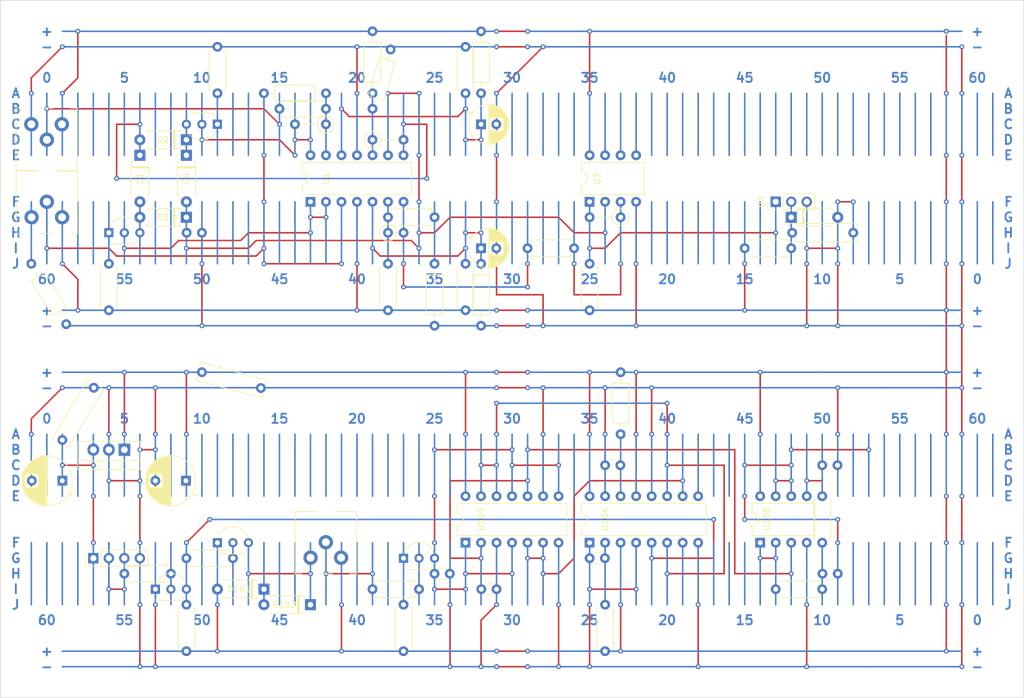
<source format=kicad_pcb>
(kicad_pcb (version 20240108) (generator "pcbnew") (generator_version "8.0")
  (title_block (title "Lab 8 Breadboard Layout") (date "2024-03-20") (rev "0") (company "ZAM Industries, LLC") (comment 1 "Drawn By: Mark Vaughn"))
  (layers (0 "F.Cu" signal) (31 "B.Cu" signal) (34 "B.Paste" user) (35 "F.Paste" user) (36 "B.SilkS" user "B.Silkscreen") (37 "F.SilkS" user "F.Silkscreen") (38 "B.Mask" user) (39 "F.Mask" user) (44 "Edge.Cuts" user))
  (net 0 "")
  (net 1 "Net-(U1A-+)")
  (net 2 "GND")
  (net 3 "/Full Schematic/TRIANGLE_OUT")
  (net 4 "Net-(U1B-+)")
  (net 5 "Net-(D5-K)")
  (net 6 "+15V")
  (net 7 "+5V")
  (net 8 "Net-(Q103-C)")
  (net 9 "Net-(U105A-+)")
  (net 10 "Net-(U104B-RxCx)")
  (net 11 "Net-(U105B--)")
  (net 12 "Net-(C109-Pad2)")
  (net 13 "Net-(U105B-+)")
  (net 14 "Net-(D1-K)")
  (net 15 "Net-(D1-A)")
  (net 16 "Net-(D2-K)")
  (net 17 "Net-(D101-K)")
  (net 18 "Net-(D102-K)")
  (net 19 "Net-(Q1-E)")
  (net 20 "Net-(Q1-B)")
  (net 21 "Net-(Q2-E)")
  (net 22 "Net-(Q2-B)")
  (net 23 "Net-(Q101-B)")
  (net 24 "Net-(Q101-C)")
  (net 25 "Net-(Q102-B)")
  (net 26 "Net-(Q103-E)")
  (net 27 "Net-(Q103-B)")
  (net 28 "Net-(R1-Pad1)")
  (net 29 "Net-(R2-Pad1)")
  (net 30 "Net-(U1D--)")
  (net 31 "Net-(U1D-+)")
  (net 32 "Net-(R13-Pad1)")
  (net 33 "Net-(U1C-+)")
  (net 34 "Net-(U1B--)")
  (net 35 "Net-(R17-Pad2)")
  (net 36 "Net-(U2A-+)")
  (net 37 "Net-(U3-DATA)")
  (net 38 "Net-(R101-Pad1)")
  (net 39 "Net-(R104-Pad1)")
  (net 40 "Net-(U105A--)")
  (net 41 "unconnected-(U2B-+-Pad5)")
  (net 42 "unconnected-(U2B---Pad6)")
  (net 43 "unconnected-(U2-Pad7)")
  (net 44 "/Full Schematic/RESET")
  (net 45 "/Full Schematic/CAPTURE")
  (net 46 "unconnected-(U104A-~{Q}-Pad7)")
  (net 47 "unconnected-(U104B-~{Q}-Pad9)")
  (net 48 "Net-(U104A-RxCx)")
  (footprint "Potentiometer_THT:Potentiometer_ACP_CA9-V10_Vertical" (layer "F.Cu") (at 109.155 124.38 90)
    (property "Reference" "RV101" (hide yes))
    (property "Value" "10K")
  )
  (footprint "Package_TO_SOT_THT:TO-92_Inline_Wide" (layer "F.Cu") (at 88.9 119.38)
    (property "Reference" "Q102" (hide yes))
    (property "Value" "PNP")
  )
  (footprint "Diode_THT:D_A-405_P7.62mm_Horizontal" (layer "F.Cu") (at 76.2 55.88 -90)
    (property "Reference" "D1")
    (property "Value" "~" (hide yes))
  )
  (footprint "Package_TO_SOT_THT:TO-92_Inline_Wide" (layer "F.Cu") (at 88.9 50.8 180)
    (property "Reference" "Q2" (hide yes))
    (property "Value" "NPN")
  )
  (footprint "Resistor_THT:R_Axial_DIN0207_L6.3mm_D2.5mm_P7.62mm_Horizontal" (layer "F.Cu") (at 139.7 71.12)
    (property "Reference" "R18" (hide yes))
    (property "Value" "1K")
  )
  (footprint "Capacitor_THT:C_Disc_D3.0mm_W1.6mm_P2.50mm" (layer "F.Cu") (at 124.46 124.46)
    (property "Reference" "C105" (hide yes))
    (property "Value" "0.01uF")
  )
  (footprint "Resistor_THT:R_Axial_DIN0207_L6.3mm_D2.5mm_P7.62mm_Horizontal" (layer "F.Cu") (at 114.3 127)
    (property "Reference" "R104" (hide yes))
    (property "Value" "10K")
  )
  (footprint "Resistor_THT:R_Axial_DIN0207_L6.3mm_D2.5mm_P2.54mm_Vertical" (layer "F.Cu") (at 116.84 68.58)
    (property "Reference" "R17" (hide yes))
    (property "Value" "680K")
  )
  (footprint "Capacitor_THT:C_Rect_L11.0mm_W2.8mm_P10.00mm_MKT" (layer "F.Cu") (at 183.04 68.58)
    (property "Reference" "C4" (hide yes))
    (property "Value" "0.1uF")
  )
  (footprint "Diode_THT:D_A-405_P7.62mm_Horizontal" (layer "F.Cu") (at 83.82 55.88 -90)
    (property "Reference" "D4")
    (property "Value" "~" (hide yes))
  )
  (footprint "Resistor_THT:R_Axial_DIN0207_L6.3mm_D2.5mm_P7.62mm_Horizontal" (layer "F.Cu") (at 152.4 137.16 90)
    (property "Reference" "R106" (hide yes))
    (property "Value" "1K")
  )
  (footprint "Package_DIP:DIP-14_W7.62mm" (layer "F.Cu") (at 104.14 63.5 90)
    (property "Reference" "U1")
    (property "Value" "TLV274I")
  )
  (footprint "Resistor_THT:R_Axial_DIN0207_L6.3mm_D2.5mm_P10.16mm_Horizontal" (layer "F.Cu") (at 132.08 73.66 -90)
    (property "Reference" "R16" (hide yes))
    (property "Value" "100K")
  )
  (footprint "Potentiometer_THT:Potentiometer_ACP_CA9-V10_Vertical" (layer "F.Cu") (at 58.42 48.26 -90)
    (property "Reference" "RV2" (hide yes))
    (property "Value" "10K")
  )
  (footprint "Potentiometer_THT:Potentiometer_ACP_CA9-V10_Vertical" (layer "F.Cu") (at 63.46 68.58 90)
    (property "Reference" "RV1" (hide yes))
    (property "Value" "10K")
  )
  (footprint "Capacitor_THT:C_Disc_D3.0mm_W1.6mm_P2.50mm" (layer "F.Cu") (at 190.5 124.46 180)
    (property "Reference" "C109" (hide yes))
    (property "Value" "0.001uF")
  )
  (footprint "Capacitor_THT:C_Rect_L11.0mm_W2.8mm_P10.00mm_MKT" (layer "F.Cu") (at 63.5 102.551673 59)
    (property "Reference" "C104" (hide yes))
    (property "Value" "0.1uF")
  )
  (footprint "Diode_THT:D_A-405_P7.62mm_Horizontal" (layer "F.Cu") (at 83.82 53.34 180)
    (property "Reference" "D2")
    (property "Value" "~" (hide yes))
  )
  (footprint "Capacitor_THT:C_Disc_D3.0mm_W1.6mm_P2.50mm" (layer "F.Cu") (at 149.86 121.92)
    (property "Reference" "C106" (hide yes))
    (property "Value" "0.01uF")
  )
  (footprint "Resistor_THT:R_Axial_DIN0207_L6.3mm_D2.5mm_P7.62mm_Horizontal" (layer "F.Cu") (at 71.12 81.28 90)
    (property "Reference" "R8" (hide yes))
    (property "Value" "120R")
  )
  (footprint "Resistor_THT:R_Axial_DIN0207_L6.3mm_D2.5mm_P10.16mm_Horizontal" (layer "F.Cu") (at 154.94 91.44 -90)
    (property "Reference" "R107" (hide yes))
    (property "Value" "2K2")
  )
  (footprint "Capacitor_THT:C_Rect_L11.0mm_W2.8mm_P10.00mm_MKT" (layer "F.Cu") (at 86.36 91.44 -15)
    (property "Reference" "C101" (hide yes))
    (property "Value" "0.1uF")
  )
  (footprint "Capacitor_THT:CP_Radial_D6.3mm_P2.50mm" (layer "F.Cu") (at 132.08 71.12)
    (property "Reference" "C3" (hide yes))
    (property "Value" "22uF")
  )
  (footprint "Connector_PinHeader_2.54mm:PinHeader_1x03_P2.54mm_Vertical" (layer "F.Cu") (at 180.34 63.5 90)
    (property "Reference" "U3")
    (property "Value" "FS1000A")
  )
  (footprint "Resistor_THT:R_Axial_DIN0207_L6.3mm_D2.5mm_P5.08mm_Vertical" (layer "F.Cu") (at 154.94 66.04 180)
    (property "Reference" "R19" (hide yes))
    (property "Value" "47K")
  )
  (footprint "Resistor_THT:R_Axial_DIN0207_L6.3mm_D2.5mm_P7.62mm_Horizontal" (layer "F.Cu") (at 129.54 81.28 90)
    (property "Reference" "R11" (hide yes))
    (property "Value" "100K")
  )
  (footprint "Capacitor_THT:C_Disc_D3.0mm_W1.6mm_P2.50mm" (layer "F.Cu") (at 187.96 106.68)
    (property "Reference" "C110" (hide yes))
    (property "Value" "470pF")
  )
  (footprint "Diode_THT:D_A-405_P7.62mm_Horizontal" (layer "F.Cu") (at 96.52 127 180)
    (property "Reference" "D101")
    (property "Value" "D" (hide yes))
  )
  (footprint "Connector_PinHeader_2.54mm:PinHeader_1x04_P2.54mm_Vertical" (layer "F.Cu") (at 68.58 121.92 90)
    (property "Reference" "U101" (hide yes))
    (property "Value" "MX-RM-5V")
  )
  (footprint "Resistor_THT:R_Axial_DIN0207_L6.3mm_D2.5mm_P7.62mm_Horizontal" (layer "F.Cu") (at 187.96 119.38 90)
    (property "Reference" "R109" (hide yes))
    (property "Value" "39K")
  )
  (footprint "Package_DIP:DIP-8_W7.62mm" (layer "F.Cu") (at 149.86 63.5 90)
    (property "Reference" "U2")
    (property "Value" "LM393")
  )
  (footprint "Capacitor_THT:CP_Radial_D6.3mm_P2.50mm" (layer "F.Cu") (at 132.08 50.8)
    (property "Reference" "C1" (hide yes))
    (property "Value" "22uF")
  )
  (footprint "Diode_THT:D_A-405_P7.62mm_Horizontal" (layer "F.Cu") (at 182.88 66.04)
    (property "Reference" "D5" (hide yes))
    (property "Value" "12V")
  )
  (footprint "Capacitor_THT:C_Disc_D3.0mm_W1.6mm_P2.50mm" (layer "F.Cu") (at 132.12 127)
    (property "Reference" "C107" (hide yes))
    (property "Value" "100pF")
  )
  (footprint "Resistor_THT:R_Axial_DIN0207_L6.3mm_D2.5mm_P7.62mm_Horizontal" (layer "F.Cu") (at 91.44 121.92 180)
    (property "Reference" "R103" (hide yes))
    (property "Value" "1K")
  )
  (footprint "Package_TO_SOT_THT:TO-92_Inline_Wide" (layer "F.Cu") (at 78.74 127)
    (property "Reference" "Q101" (hide yes))
    (property "Value" "NPN")
  )
  (footprint "Diode_THT:D_A-405_P7.62mm_Horizontal" (layer "F.Cu") (at 83.82 66.04 180)
    (property "Reference" "D3")
    (property "Value" "~" (hide yes))
  )
  (footprint "Resistor_THT:R_Axial_DIN0207_L6.3mm_D2.5mm_P7.62mm_Horizontal" (layer "F.Cu") (at 73.66 124.46)
    (property "Reference" "R101" (hide yes))
    (property "Value" "10K")
  )
  (footprint "Package_DIP:DIP-16_W7.62mm" (layer "F.Cu") (at 149.86 119.38 90)
    (property "Reference" "U104")
    (property "Value" "CD14538BE")
  )
  (footprint "Resistor_THT:R_Axial_DIN0207_L6.3mm_D2.5mm_P7.62mm_Horizontal" (layer "F.Cu") (at 116.84 81.28 90)
    (property "Reference" "R12" (hide yes))
    (property "Value" "680K")
  )
  (footprint "Resistor_THT:R_Axial_DIN0207_L6.3mm_D2.5mm_P10.16mm_Horizontal" (layer "F.Cu") (at 114.3 48.26 73)
    (property "Reference" "R14" (hide yes))
    (property "Value" "12K")
  )
  (footprint "Resistor_THT:R_Axial_DIN0207_L6.3mm_D2.5mm_P10.16mm_Horizontal" (layer "F.Cu") (at 124.46 73.66 -90)
    (property "Reference" "R7" (hide yes))
    (property "Value" "1M")
  )
  (footprint "Package_TO_SOT_THT:TO-92_Inline_Wide" (layer "F.Cu") (at 119.38 121.92)
    (property "Reference" "Q103" (hide yes))
    (property "Value" "PNP")
  )
  (footprint "Package_DIP:DIP-8_W7.62mm" (layer "F.Cu") (at 177.8 119.38 90)
    (property "Reference" "U105")
    (property "Value" "TL082CN")
  )
  (footprint "Resistor_THT:R_Axial_DIN0207_L6.3mm_D2.5mm_P7.62mm_Horizontal" (layer "F.Cu") (at 180.34 127)
    (property "Reference" "R108" (hide yes))
    (property "Value" "15K")
  )
  (footprint "Resistor_THT:R_Axial_DIN0207_L6.3mm_D2.5mm_P7.62mm_Horizontal" (layer "F.Cu") (at 99.06 48.26)
    (property "Reference" "R2" (hide yes))
    (property "Value" "100K")
  )
  (footprint "Capacitor_THT:CP_Radial_D8.0mm_P5.00mm" (layer "F.Cu") (at 83.74 109.22 180)
    (property "Reference" "C102" (hide yes))
    (property "Value" "220uF")
  )
  (footprint "Resistor_THT:R_Axial_DIN0207_L6.3mm_D2.5mm_P7.62mm_Horizontal" (layer "F.Cu") (at 88.9 45.72 90)
    (property "Reference" "R9" (hide yes))
    (property "Value" "120R")
  )
  (footprint "Resistor_THT:R_Axial_DIN0207_L6.3mm_D2.5mm_P5.08mm_Vertical" (layer "F.Cu") (at 114.3 53.34)
    (property "Reference" "R15" (hide yes))
    (property "Value" "1K8")
  )
  (footprint "Resistor_THT:R_Axial_DIN0207_L6.3mm_D2.5mm_P10.16mm_Horizontal" (layer "F.Cu") (at 96.52 45.72)
    (property "Reference" "R3" (hide yes))
    (property "Value" "100K")
  )
  (footprint "Resistor_THT:R_Axial_DIN0207_L6.3mm_D2.5mm_P10.16mm_Horizontal" (layer "F.Cu") (at 58.42 73.66 -60)
    (property "Reference" "R1" (hide yes))
    (property "Value" "150K")
  )
  (footprint "Resistor_THT:R_Axial_DIN0207_L6.3mm_D2.5mm_P7.62mm_Horizontal" (layer "F.Cu") (at 124.46 66.04 180)
    (property "Reference" "R13" (hide yes))
    (property "Value" "680K")
  )
  (footprint "Capacitor_THT:C_Disc_D3.0mm_W1.6mm_P2.50mm" (layer "F.Cu") (at 152.4 106.68)
    (property "Reference" "C108" (hide yes))
    (property "Value" "0.01uF")
  )
  (footprint "Capacitor_THT:C_Disc_D3.0mm_W1.6mm_P2.50mm" (layer "F.Cu") (at 83.86 68.58)
    (property "Reference" "C2" (hide yes))
    (property "Value" "0.01uF")
  )
  (footprint "Resistor_THT:R_Axial_DIN0207_L6.3mm_D2.5mm_P7.62mm_Horizontal" (layer "F.Cu") (at 129.54 45.72 90)
    (property "Reference" "R5" (hide yes))
    (property "Value" "100K")
  )
  (footprint "Resistor_THT:R_Axial_DIN0207_L6.3mm_D2.5mm_P10.16mm_Horizontal" (layer "F.Cu") (at 132.08 35.56 -90)
    (property "Reference" "R4" (hide yes))
    (property "Value" "100K")
  )
  (footprint "Capacitor_THT:CP_Radial_D8.0mm_P5.00mm" (layer "F.Cu") (at 63.5 109.22 180)
    (property "Reference" "C103" (hide yes))
    (property "Value" "220uF")
  )
  (footprint "Diode_THT:D_A-405_P7.62mm_Horizontal" (layer "F.Cu") (at 104.14 129.54 180)
    (property "Reference" "D102")
    (property "Value" "D" (hide yes))
  )
  (footprint "Resistor_THT:R_Axial_DIN0207_L6.3mm_D2.5mm_P10.16mm_Horizontal" (layer "F.Cu") (at 114.3 35.56 -90)
    (property "Reference" "R10" (hide yes))
    (property "Value" "12K")
  )
  (footprint "Package_TO_SOT_THT:TO-220-3_Vertical" (layer "F.Cu") (at 73.66 104.14 180)
    (property "Reference" "U102" (hide yes))
    (property "Value" "LM7805")
  )
  (footprint "Resistor_THT:R_Axial_DIN0207_L6.3mm_D2.5mm_P7.62mm_Horizontal" (layer "F.Cu") (at 175.26 71.12)
    (property "Reference" "R21" (hide yes))
    (property "Value" "100R")
  )
  (footprint "Package_TO_SOT_THT:TO-92_Inline_Wide" (layer "F.Cu") (at 71.12 68.58)
    (property "Reference" "Q1" (hide yes))
    (property "Value" "PNP")
  )
  (footprint "Resistor_THT:R_Axial_DIN0207_L6.3mm_D2.5mm_P7.62mm_Horizontal" (layer "F.Cu") (at 83.82 137.16 90)
    (property "Reference" "R102" (hide yes))
    (property "Value" "1K")
  )
  (footprint "Resistor_THT:R_Axial_DIN0207_L6.3mm_D2.5mm_P7.62mm_Horizontal" (layer "F.Cu") (at 149.86 81.28 90)
    (property "Reference" "R20" (hide yes))
    (property "Value" "2K2")
  )
  (footprint "Package_DIP:DIP-14_W7.62mm" (layer "F.Cu") (at 129.535 119.38 90)
    (property "Reference" "U103")
    (property "Value" "CD4066BE")
  )
  (footprint "Resistor_THT:R_Axial_DIN0207_L6.3mm_D2.5mm_P5.08mm_Vertical" (layer "F.Cu") (at 106.68 50.8 180)
    (property "Reference" "R6" (hide yes))
    (property "Value" "100K")
  )
  (footprint "Resistor_THT:R_Axial_DIN0207_L6.3mm_D2.5mm_P7.62mm_Horizontal" (layer "F.Cu") (at 119.38 137.16 90)
    (property "Reference" "R105" (hide yes))
    (property "Value" "100R")
  )
  (gr_rect (start 53.34 30.48) (end 220.98 144.78) (stroke (width 0.1)) (fill none) (layer "Edge.Cuts"))
  (gr_text "+" (at 60.96 35.56 0) (layer "B.Cu") (effects (font (size 1.5 1.5) (thickness 0.3) (bold yes)) (justify mirror)))
  (gr_text "D" (at 218.44 109.22 0) (layer "B.Cu") (effects (font (size 1.5 1.5) (thickness 0.3) (bold yes))))
  (gr_text "G" (at 218.44 121.92 0) (layer "B.Cu") (effects (font (size 1.5 1.5) (thickness 0.3) (bold yes))))
  (gr_text "E" (at 218.44 111.76 0) (layer "B.Cu") (effects (font (size 1.5 1.5) (thickness 0.3) (bold yes))))
  (gr_text "30" (at 137.16 43.18 0) (layer "B.Cu") (effects (font (size 1.5 1.5) (thickness 0.3) (bold yes))))
  (gr_text "45" (at 175.26 99.06 0) (layer "B.Cu") (effects (font (size 1.5 1.5) (thickness 0.3) (bold yes))))
  (gr_text "A" (at 55.88 45.72 0) (layer "B.Cu") (effects (font (size 1.5 1.5) (thickness 0.3) (bold yes))))
  (gr_text "25" (at 149.86 132.08 0) (layer "B.Cu") (effects (font (size 1.5 1.5) (thickness 0.3) (bold yes))))
  (gr_text "5" (at 200.66 76.2 0) (layer "B.Cu") (effects (font (size 1.5 1.5) (thickness 0.3) (bold yes))))
  (gr_text "55" (at 200.66 43.18 0) (layer "B.Cu") (effects (font (size 1.5 1.5) (thickness 0.3) (bold yes))))
  (gr_text "15" (at 175.26 132.08 0) (layer "B.Cu") (effects (font (size 1.5 1.5) (thickness 0.3) (bold yes))))
  (gr_text "20" (at 111.76 43.18 0) (layer "B.Cu") (effects (font (size 1.5 1.5) (thickness 0.3) (bold yes))))
  (gr_text "C" (at 218.44 50.8 0) (layer "B.Cu") (effects (font (size 1.5 1.5) (thickness 0.3) (bold yes))))
  (gr_text "0" (at 213.36 132.08 0) (layer "B.Cu") (effects (font (size 1.5 1.5) (thickness 0.3) (bold yes)) (justify mirror)))
  (gr_text "+" (at 213.36 137.16 0) (layer "B.Cu") (effects (font (size 1.5 1.5) (thickness 0.3) (bold yes)) (justify mirror)))
  (gr_text "15" (at 99.06 99.06 0) (layer "B.Cu") (effects (font (size 1.5 1.5) (thickness 0.3) (bold yes))))
  (gr_text "0" (at 60.96 99.06 0) (layer "B.Cu") (effects (font (size 1.5 1.5) (thickness 0.3) (bold yes)) (justify mirror)))
  (gr_text "-" (at 213.36 83.82 0) (layer "B.Cu") (effects (font (size 1.5 1.5) (thickness 0.3) (bold yes)) (justify mirror)))
  (gr_text "+" (at 213.36 91.44 0) (layer "B.Cu") (effects (font (size 1.5 1.5) (thickness 0.3) (bold yes)) (justify mirror)))
  (gr_text "E" (at 55.88 111.76 0) (layer "B.Cu") (effects (font (size 1.5 1.5) (thickness 0.3) (bold yes))))
  (gr_text "C" (at 55.88 50.8 0) (layer "B.Cu") (effects (font (size 1.5 1.5) (thickness 0.3) (bold yes))))
  (gr_text "35" (at 124.46 132.08 0) (layer "B.Cu") (effects (font (size 1.5 1.5) (thickness 0.3) (bold yes))))
  (gr_text "40" (at 111.76 132.08 0) (layer "B.Cu") (effects (font (size 1.5 1.5) (thickness 0.3) (bold yes))))
  (gr_text "10" (at 187.96 132.08 0) (layer "B.Cu") (effects (font (size 1.5 1.5) (thickness 0.3) (bold yes))))
  (gr_text "60" (at 213.36 99.06 0) (layer "B.Cu") (effects (font (size 1.5 1.5) (thickness 0.3) (bold yes))))
  (gr_text "H" (at 55.88 124.46 0) (layer "B.Cu") (effects (font (size 1.5 1.5) (thickness 0.3) (bold yes))))
  (gr_text "15" (at 175.26 76.2 0) (layer "B.Cu") (effects (font (size 1.5 1.5) (thickness 0.3) (bold yes))))
  (gr_text "50" (at 187.96 99.06 0) (layer "B.Cu") (effects (font (size 1.5 1.5) (thickness 0.3) (bold yes))))
  (gr_text "10" (at 187.96 76.2 0) (layer "B.Cu") (effects (font (size 1.5 1.5) (thickness 0.3) (bold yes))))
  (gr_text "45" (at 99.06 132.08 0) (layer "B.Cu") (effects (font (size 1.5 1.5) (thickness 0.3) (bold yes))))
  (gr_text "J" (at 55.88 73.66 0) (layer "B.Cu") (effects (font (size 1.5 1.5) (thickness 0.3) (bold yes))))
  (gr_text "55" (at 200.66 99.06 0) (layer "B.Cu") (effects (font (size 1.5 1.5) (thickness 0.3) (bold yes))))
  (gr_text "-" (at 213.36 38.1 0) (layer "B.Cu") (effects (font (size 1.5 1.5) (thickness 0.3) (bold yes)) (justify mirror)))
  (gr_text "+" (at 60.96 137.16 0) (layer "B.Cu") (effects (font (size 1.5 1.5) (thickness 0.3) (bold yes)) (justify mirror)))
  (gr_text "10" (at 86.36 43.18 0) (layer "B.Cu") (effects (font (size 1.5 1.5) (thickness 0.3) (bold yes))))
  (gr_text "0" (at 213.36 76.2 0) (layer "B.Cu") (effects (font (size 1.5 1.5) (thickness 0.3) (bold yes)) (justify mirror)))
  (gr_text "40" (at 162.56 43.18 0) (layer "B.Cu") (effects (font (size 1.5 1.5) (thickness 0.3) (bold yes))))
  (gr_text "60" (at 60.96 132.08 0) (layer "B.Cu") (effects (font (size 1.5 1.5) (thickness 0.3) (bold yes))))
  (gr_text "D" (at 218.44 53.34 0) (layer "B.Cu") (effects (font (size 1.5 1.5) (thickness 0.3) (bold yes))))
  (gr_text "B" (at 218.44 48.26 0) (layer "B.Cu") (effects (font (size 1.5 1.5) (thickness 0.3) (bold yes))))
  (gr_text "D" (at 55.88 53.34 0) (layer "B.Cu") (effects (font (size 1.5 1.5) (thickness 0.3) (bold yes))))
  (gr_text "30" (at 137.16 132.08 0) (layer "B.Cu") (effects (font (size 1.5 1.5) (thickness 0.3) (bold yes))))
  (gr_text "C" (at 218.44 106.68 0) (layer "B.Cu") (effects (font (size 1.5 1.5) (thickness 0.3) (bold yes))))
  (gr_text "+" (at 60.96 91.44 0) (layer "B.Cu") (effects (font (size 1.5 1.5) (thickness 0.3) (bold yes)) (justify mirror)))
  (gr_text "20" (at 162.56 132.08 0) (layer "B.Cu") (effects (font (size 1.5 1.5) (thickness 0.3) (bold yes))))
  (gr_text "60" (at 60.96 76.2 0) (layer "B.Cu") (effects (font (size 1.5 1.5) (thickness 0.3) (bold yes))))
  (gr_text "-" (at 60.96 139.7 0) (layer "B.Cu") (effects (font (size 1.5 1.5) (thickness 0.3) (bold yes)) (justify mirror)))
  (gr_text "50" (at 86.36 132.08 0) (layer "B.Cu") (effects (font (size 1.5 1.5) (thickness 0.3) (bold yes))))
  (gr_text "-" (at 213.36 93.98 0) (layer "B.Cu") (effects (font (size 1.5 1.5) (thickness 0.3) (bold yes)) (justify mirror)))
  (gr_text "E" (at 55.88 55.88 0) (layer "B.Cu") (effects (font (size 1.5 1.5) (thickness 0.3) (bold yes))))
  (gr_text "F" (at 55.88 119.38 0) (layer "B.Cu") (effects (font (size 1.5 1.5) (thickness 0.3) (bold yes))))
  (gr_text "A" (at 55.88 101.6 0) (layer "B.Cu") (effects (font (size 1.5 1.5) (thickness 0.3) (bold yes))))
  (gr_text "A" (at 218.44 101.6 0) (layer "B.Cu") (effects (font (size 1.5 1.5) (thickness 0.3) (bold yes))))
  (gr_text "20" (at 111.76 99.06 0) (layer "B.Cu") (effects (font (size 1.5 1.5) (thickness 0.3) (bold yes))))
  (gr_text "25" (at 124.46 43.18 0) (layer "B.Cu") (effects (font (size 1.5 1.5) (thickness 0.3) (bold yes))))
  (gr_text "E" (at 218.44 55.88 0) (layer "B.Cu") (effects (font (size 1.5 1.5) (thickness 0.3) (bold yes))))
  (gr_text "+" (at 213.36 35.56 0) (layer "B.Cu") (effects (font (size 1.5 1.5) (thickness 0.3) (bold yes)) (justify mirror)))
  (gr_text "B" (at 55.88 48.26 0) (layer "B.Cu") (effects (font (size 1.5 1.5) (thickness 0.3) (bold yes))))
  (gr_text "A" (at 218.44 45.72 0) (layer "B.Cu") (effects (font (size 1.5 1.5) (thickness 0.3) (bold yes))))
  (gr_text "5" (at 200.66 132.08 0) (layer "B.Cu") (effects (font (size 1.5 1.5) (thickness 0.3) (bold yes))))
  (gr_text "G" (at 218.44 66.04 0) (layer "B.Cu") (effects (font (size 1.5 1.5) (thickness 0.3) (bold yes))))
  (gr_text "10" (at 86.36 99.06 0) (layer "B.Cu") (effects (font (size 1.5 1.5) (thickness 0.3) (bold yes))))
  (gr_text "+" (at 60.96 81.28 0) (layer "B.Cu") (effects (font (size 1.5 1.5) (thickness 0.3) (bold yes)) (justify mirror)))
  (gr_text "B" (at 55.88 104.14 0) (layer "B.Cu") (effects (font (size 1.5 1.5) (thickness 0.3) (bold yes))))
  (gr_text "F" (at 218.44 119.38 0) (layer "B.Cu") (effects (font (size 1.5 1.5) (thickness 0.3) (bold yes))))
  (gr_text "H" (at 218.44 124.46 0) (layer "B.Cu") (effects (font (size 1.5 1.5) (thickness 0.3) (bold yes))))
  (gr_text "I" (at 218.44 127 0) (layer "B.Cu") (effects (font (size 1.5 1.5) (thickness 0.3) (bold yes))))
  (gr_text "50" (at 86.36 76.2 0) (layer "B.Cu") (effects (font (size 1.5 1.5) (thickness 0.3) (bold yes))))
  (gr_text "0" (at 60.96 43.18 0) (layer "B.Cu") (effects (font (size 1.5 1.5) (thickness 0.3) (bold yes))))
  (gr_text "55" (at 73.66 132.08 0) (layer "B.Cu") (effects (font (size 1.5 1.5) (thickness 0.3) (bold yes))))
  (gr_text "30" (at 137.16 99.06 0) (layer "B.Cu") (effects (font (size 1.5 1.5) (thickness 0.3) (bold yes))))
  (gr_text "J" (at 218.44 129.54 0) (layer "B.Cu") (effects (font (size 1.5 1.5) (thickness 0.3) (bold yes))))
  (gr_text "55" (at 73.66 76.2 0) (layer "B.Cu") (effects (font (size 1.5 1.5) (thickness 0.3) (bold yes))))
  (gr_text "45" (at 175.26 43.18 0) (layer "B.Cu") (effects (font (size 1.5 1.5) (thickness 0.3) (bold yes))))
  (gr_text "-" (at 60.96 83.82 0) (layer "B.Cu") (effects (font (size 1.5 1.5) (thickness 0.3) (bold yes)) (justify mirror)))
  (gr_text "C" (at 55.88 106.68 0) (layer "B.Cu") (effects (font (size 1.5 1.5) (thickness 0.3) (bold yes))))
  (gr_text "H" (at 218.44 68.58 0) (layer "B.Cu") (effects (font (size 1.5 1.5) (thickness 0.3) (bold yes))))
  (gr_text "H" (at 55.88 68.58 0) (layer "B.Cu") (effects (font (size 1.5 1.5) (thickness 0.3) (bold yes))))
  (gr_text "F" (at 55.88 63.5 0) (layer "B.Cu") (effects (font (size 1.5 1.5) (thickness 0.3) (bold yes))))
  (gr_text "I" (at 55.88 71.12 0) (layer "B.Cu") (effects (font (size 1.5 1.5) (thickness 0.3) (bold yes))))
  (gr_text "+" (at 213.36 81.28 0) (layer "B.Cu") (effects (font (size 1.5 1.5) (thickness 0.3) (bold yes)) (justify mirror)))
  (gr_text "25" (at 149.86 76.2 0) (layer "B.Cu") (effects (font (size 1.5 1.5) (thickness 0.3) (bold yes))))
  (gr_text "60" (at 213.36 43.18 0) (layer "B.Cu") (effects (font (size 1.5 1.5) (thickness 0.3) (bold yes))))
  (gr_text "G" (at 55.88 121.92 0) (layer "B.Cu") (effects (font (size 1.5 1.5) (thickness 0.3) (bold yes))))
  (gr_text "25" (at 124.46 99.06 0) (layer "B.Cu") (effects (font (size 1.5 1.5) (thickness 0.3) (bold yes))))
  (gr_text "B" (at 218.44 104.14 0) (layer "B.Cu") (effects (font (size 1.5 1.5) (thickness 0.3) (bold yes))))
  (gr_text "35" (at 149.86 99.06 0) (layer "B.Cu") (effects (font (size 1.5 1.5) (thickness 0.3) (bold yes))))
  (gr_text "50" (at 187.96 43.18 0) (layer "B.Cu") (effects (font (size 1.5 1.5) (thickness 0.3) (bold yes))))
  (gr_text "-" (at 213.36 139.7 0) (layer "B.Cu") (effects (font (size 1.5 1.5) (thickness 0.3) (bold yes)) (justify mirror)))
  (gr_text "-" (at 60.96 93.98 0) (layer "B.Cu") (effects (font (size 1.5 1.5) (thickness 0.3) (bold yes)) (justify mirror)))
  (gr_text "-" (at 60.96 38.1 0) (layer "B.Cu") (effects (font (size 1.5 1.5) (thickness 0.3) (bold yes)) (justify mirror)))
  (gr_text "40" (at 162.56 99.06 0) (layer "B.Cu") (effects (font (size 1.5 1.5) (thickness 0.3) (bold yes))))
  (gr_text "I" (at 218.44 71.12 0) (layer "B.Cu") (effects (font (size 1.5 1.5) (thickness 0.3) (bold yes))))
  (gr_text "30" (at 137.16 76.2 0) (layer "B.Cu") (effects (font (size 1.5 1.5) (thickness 0.3) (bold yes))))
  (gr_text "G" (at 55.88 66.04 0) (layer "B.Cu") (effects (font (size 1.5 1.5) (thickness 0.3) (bold yes))))
  (gr_text "5" (at 73.66 43.18 0) (layer "B.Cu") (effects (font (size 1.5 1.5) (thickness 0.3) (bold yes))))
  (gr_text "D" (at 55.88 109.22 0) (layer "B.Cu") (effects (font (size 1.5 1.5) (thickness 0.3) (bold yes))))
  (gr_text "45" (at 99.06 76.2 0) (layer "B.Cu") (effects (font (size 1.5 1.5) (thickness 0.3) (bold yes))))
  (gr_text "J" (at 218.44 73.66 0) (layer "B.Cu") (effects (font (size 1.5 1.5) (thickness 0.3) (bold yes))))
  (gr_text "F" (at 218.44 63.5 0) (layer "B.Cu") (effects (font (size 1.5 1.5) (thickness 0.3) (bold yes))))
  (gr_text "20" (at 162.56 76.2 0) (layer "B.Cu") (effects (font (size 1.5 1.5) (thickness 0.3) (bold yes))))
  (gr_text "15" (at 99.06 43.18 0) (layer "B.Cu") (effects (font (size 1.5 1.5) (thickness 0.3) (bold yes))))
  (gr_text "35" (at 149.86 43.18 0) (layer "B.Cu") (effects (font (size 1.5 1.5) (thickness 0.3) (bold yes))))
  (gr_text "J" (at 55.88 129.54 0) (layer "B.Cu") (effects (font (size 1.5 1.5) (thickness 0.3) (bold yes))))
  (gr_text "I" (at 55.88 127 0) (layer "B.Cu") (effects (font (size 1.5 1.5) (thickness 0.3) (bold yes))))
  (gr_text "40" (at 111.76 76.2 0) (layer "B.Cu") (effects (font (size 1.5 1.5) (thickness 0.3) (bold yes))))
  (gr_text "35" (at 124.46 76.2 0) (layer "B.Cu") (effects (font (size 1.5 1.5) (thickness 0.3) (bold yes))))
  (gr_text "5" (at 73.66 99.06 0) (layer "B.Cu") (effects (font (size 1.5 1.5) (thickness 0.3) (bold yes))))
  (segment (start 111.76 101.6) (end 111.76 111.76) (width 0.25) (layer "B.Cu") (net 0))
  (segment (start 144.78 45.72) (end 144.78 55.88) (width 0.25) (layer "B.Cu") (net 0))
  (segment (start 185.42 45.72) (end 185.42 55.88) (width 0.25) (layer "B.Cu") (net 0))
  (segment (start 124.46 45.72) (end 124.46 55.88) (width 0.25) (layer "B.Cu") (net 0))
  (segment (start 203.2 129.54) (end 203.2 119.38) (width 0.25) (layer "B.Cu") (net 0))
  (segment (start 213.36 129.54) (end 213.36 119.38) (width 0.25) (layer "B.Cu") (net 0))
  (segment (start 198.12 101.6) (end 198.12 111.76) (width 0.25) (layer "B.Cu") (net 0))
  (segment (start 203.2 101.6) (end 203.2 111.76) (width 0.25) (layer "B.Cu") (net 0))
  (segment (start 172.72 111.76) (end 172.72 101.6) (width 0.25) (layer "B.Cu") (net 0))
  (segment (start 205.74 73.66) (end 205.74 63.5) (width 0.25) (layer "B.Cu") (net 0))
  (segment (start 60.96 111.76) (end 60.96 101.6) (width 0.25) (layer "B.Cu") (net 0))
  (segment (start 182.88 45.72) (end 182.88 55.88) (width 0.25) (layer "B.Cu") (net 0))
  (segment (start 121.92 101.6) (end 121.92 111.76) (width 0.25) (layer "B.Cu") (net 0))
  (segment (start 144.78 73.66) (end 144.78 63.5) (width 0.25) (layer "B.Cu") (net 0))
  (segment (start 96.52 101.6) (end 96.52 111.76) (width 0.25) (layer "B.Cu") (net 0))
  (segment (start 213.36 45.72) (end 213.36 55.88) (width 0.25) (layer "B.Cu") (net 0))
  (segment (start 78.74 45.72) (end 78.74 55.88) (width 0.25) (layer "B.Cu") (net 0))
  (segment (start 101.6 129.54) (end 101.6 119.38) (width 0.25) (layer "B.Cu") (net 0))
  (segment (start 162.56 45.72) (end 162.56 55.88) (width 0.25) (layer "B.Cu") (net 0))
  (segment (start 215.9 73.66) (end 215.9 63.5) (width 0.25) (layer "B.Cu") (net 0))
  (segment (start 195.58 45.72) (end 195.58 55.88) (width 0.25) (layer "B.Cu") (net 0))
  (segment (start 127 101.6) (end 127 111.76) (width 0.25) (layer "B.Cu") (net 0))
  (segment (start 66.04 129.54) (end 66.04 119.38) (width 0.25) (layer "B.Cu") (net 0))
  (segment (start 203.2 45.72) (end 203.2 55.88) (width 0.25) (layer "B.Cu") (net 0))
  (segment (start 111.76 129.54) (end 111.76 119.38) (width 0.25) (layer "B.Cu") (net 0))
  (segment (start 215.9 129.54) (end 215.9 119.38) (width 0.25) (layer "B.Cu") (net 0))
  (segment (start 86.36 119.38) (end 86.36 129.54) (width 0.25) (layer "B.Cu") (net 0))
  (segment (start 101.6 101.6) (end 101.6 111.76) (width 0.25) (layer "B.Cu") (net 0))
  (segment (start 213.36 101.6) (end 213.36 111.76) (width 0.25) (layer "B.Cu") (net 0))
  (segment (start 160.02 73.66) (end 160.02 63.5) (width 0.25) (layer "B.Cu") (net 0))
  (segment (start 170.18 129.54) (end 170.18 119.38) (width 0.25) (layer "B.Cu") (net 0))
  (segment (start 200.66 101.6) (end 200.66 111.76) (width 0.25) (layer "B.Cu") (net 0))
  (segment (start 215.9 101.6) (end 215.9 111.76) (width 0.25) (layer "B.Cu") (net 0))
  (segment (start 81.28 71.12) (end 81.28 63.5) (width 0.25) (layer "B.Cu") (net 0))
  (segment (start 86.36 101.6) (end 86.36 111.76) (width 0.25) (layer "B.Cu") (net 0))
  (segment (start 71.12 45.72) (end 71.12 55.88) (width 0.25) (layer "B.Cu") (net 0))
  (segment (start 167.64 73.66) (end 167.64 63.5) (width 0.25) (layer "B.Cu") (net 0))
  (segment (start 162.56 73.66) (end 162.56 63.5) (width 0.25) (layer "B.Cu") (net 0))
  (segment (start 66.04 101.6) (end 66.04 111.76) (width 0.25) (layer "B.Cu") (net 0))
  (segment (start 93.98 45.72) (end 93.98 55.88) (width 0.25) (layer "B.Cu") (net 0))
  (segment (start 147.32 45.72) (end 147.32 55.88) (width 0.25) (layer "B.Cu") (net 0))
  (segment (start 175.26 129.54) (end 175.26 119.38) (width 0.25) (layer "B.Cu") (net 0))
  (segment (start 116.84 129.54) (end 116.84 119.38) (width 0.25) (layer "B.Cu") (net 0))
  (segment (start 200.66 45.72) (end 200.66 55.88) (width 0.25) (layer "B.Cu") (net 0))
  (segment (start 193.04 101.6) (end 193.04 111.76) (width 0.25) (layer "B.Cu") (net 0))
  (segment (start 172.72 129.54) (end 172.72 119.38) (width 0.25) (layer "B.Cu") (net 0))
  (segment (start 198.12 73.66) (end 198.12 63.5) (width 0.25) (layer "B.Cu") (net 0))
  (segment (start 137.16 73.66) (end 137.16 63.5) (width 0.25) (layer "B.Cu") (net 0))
  (segment (start 78.74 73.66) (end 78.74 63.5) (width 0.25) (layer "B.Cu") (net 0))
  (segment (start 91.44 101.6) (end 91.44 111.76) (width 0.25) (layer "B.Cu") (net 0))
  (segment (start 127 45.72) (end 127 55.88) (width 0.25) (layer "B.Cu") (net 0))
  (segment (start 200.66 73.66) (end 200.66 63.5) (width 0.25) (layer "B.Cu") (net 0))
  (segment (start 175.26 45.72) (end 175.26 55.88) (width 0.25) (layer "B.Cu") (net 0))
  (segment (start 91.44 45.72) (end 91.44 55.88) (width 0.25) (layer "B.Cu") (net 0))
  (segment (start 165.1 73.66) (end 165.1 63.5) (width 0.25) (layer "B.Cu") (net 0))
  (segment (start 127 73.66) (end 127 63.5) (width 0.25) (layer "B.Cu") (net 0))
  (segment (start 170.18 45.72) (end 170.18 55.88) (width 0.25) (layer "B.Cu") (net 0))
  (segment (start 170.18 111.76) (end 170.18 101.6) (width 0.25) (layer "B.Cu") (net 0))
  (segment (start 142.24 45.72) (end 142.24 55.88) (width 0.25) (layer "B.Cu") (net 0))
  (segment (start 73.66 45.72) (end 73.66 55.88) (width 0.25) (layer "B.Cu") (net 0))
  (segment (start 215.9 45.72) (end 215.9 55.88) (width 0.25) (layer "B.Cu") (net 0))
  (segment (start 167.64 45.72) (end 167.64 55.88) (width 0.25) (layer "B.Cu") (net 0))
  (segment (start 190.5 45.72) (end 190.5 55.88) (width 0.25) (layer "B.Cu") (net 0))
  (segment (start 60.96 129.54) (end 60.96 119.38) (width 0.25) (layer "B.Cu") (net 0))
  (segment (start 81.28 73.66) (end 81.28 71.12) (width 0.25) (layer "B.Cu") (net 0))
  (segment (start 66.04 73.66) (end 66.04 63.5) (width 0.25) (layer "B.Cu") (net 0))
  (segment (start 58.42 129.54) (end 58.42 119.38) (width 0.25) (layer "B.Cu") (net 0))
  (segment (start 203.2 73.66) (end 203.2 63.5) (width 0.25) (layer "B.Cu") (net 0))
  (segment (start 63.5 129.54) (end 63.5 119.38) (width 0.25) (layer "B.Cu") (net 0))
  (segment (start 193.04 129.54) (end 193.04 119.38) (width 0.25) (layer "B.Cu") (net 0))
  (segment (start 198.12 45.72) (end 198.12 55.88) (width 0.25) (layer "B.Cu") (net 0))
  (segment (start 187.96 73.66) (end 187.96 63.5) (width 0.25) (layer "B.Cu") (net 0))
  (segment (start 104.14 101.6) (end 104.14 111.76) (width 0.25) (layer "B.Cu") (net 0))
  (segment (start 213.36 73.66) (end 213.36 63.5) (width 0.25) (layer "B.Cu") (net 0))
  (segment (start 66.04 45.72) (end 66.04 55.88) (width 0.25) (layer "B.Cu") (net 0))
  (segment (start 99.06 129.54) (end 99.06 119.38) (width 0.25) (layer "B.Cu") (net 0))
  (segment (start 93.98 101.6) (end 93.98 111.76) (width 0.25) (layer "B.Cu") (net 0))
  (segment (start 93.98 73.66) (end 93.98 63.5) (width 0.25) (layer "B.Cu") (net 0))
  (segment (start 193.04 45.72) (end 193.04 55.88) (width 0.25) (layer "B.Cu") (net 0))
  (segment (start 205.74 101.6) (end 205.74 111.76) (width 0.25) (layer "B.Cu") (net 0))
  (segment (start 106.68 101.6) (end 106.68 111.76) (width 0.25) (layer "B.Cu") (net 0))
  (segment (start 139.7 45.72) (end 139.7 55.88) (width 0.25) (layer "B.Cu") (net 0))
  (segment (start 147.32 111.76) (end 147.32 101.6) (width 0.25) (layer "B.Cu") (net 0))
  (segment (start 160.02 45.72) (end 160.02 55.88) (width 0.25) (layer "B.Cu") (net 0))
  (segment (start 187.96 45.72) (end 187.96 55.88) (width 0.25) (layer "B.Cu") (net 0))
  (segment (start 195.58 129.54) (end 195.58 119.38) (width 0.25) (layer "B.Cu") (net 0))
  (segment (start 88.9 73.66) (end 88.9 63.5) (width 0.25) (layer "B.Cu") (net 0))
  (segment (start 81.28 45.72) (end 81.28 55.88) (width 0.25) (layer "B.Cu") (net 0))
  (segment (start 114.3 101.6) (end 114.3 111.76) (width 0.25) (layer "B.Cu") (net 0))
  (segment (start 109.22 101.6) (end 109.22 111.76) (width 0.25) (layer "B.Cu") (net 0))
  (segment (start 170.18 73.66) (end 170.18 63.5) (width 0.25) (layer "B.Cu") (net 0))
  (segment (start 147.32 129.54) (end 147.32 119.38) (width 0.25) (layer "B.Cu") (net 0))
  (segment (start 142.24 73.66) (end 142.24 63.5) (width 0.25) (layer "B.Cu") (net 0))
  (segment (start 198.12 129.54) (end 198.12 119.38) (width 0.25) (layer "B.Cu") (net 0))
  (segment (start 119.38 101.6) (end 119.38 111.76) (width 0.25) (layer "B.Cu") (net 0))
  (segment (start 195.58 73.66) (end 195.58 63.5) (width 0.25) (layer "B.Cu") (net 0))
  (segment (start 68.58 73.66) (end 68.58 63.5) (width 0.25) (layer "B.Cu") (net 0))
  (segment (start 180.34 45.72) (end 180.34 55.88) (width 0.25) (layer "B.Cu") (net 0))
  (segment (start 68.58 45.72) (end 68.58 55.88) (width 0.25) (layer "B.Cu") (net 0))
  (segment (start 99.06 73.66) (end 99.06 63.5) (width 0.25) (layer "B.Cu") (net 0))
  (segment (start 172.72 45.72) (end 172.72 55.88) (width 0.25) (layer "B.Cu") (net 0))
  (segment (start 101.6 73.66) (end 101.6 63.5) (width 0.25) (layer "B.Cu") (net 0))
  (segment (start 116.84 101.6) (end 116.84 111.76) (width 0.25) (layer "B.Cu") (net 0))
  (segment (start 172.72 73.66) (end 172.72 63.5) (width 0.25) (layer "B.Cu") (net 0))
  (segment (start 137.16 45.72) (end 137.16 55.88) (width 0.25) (layer "B.Cu") (net 0))
  (segment (start 205.74 129.54) (end 205.74 119.38) (width 0.25) (layer "B.Cu") (net 0))
  (segment (start 81.28 101.6) (end 81.28 111.76) (width 0.25) (layer "B.Cu") (net 0))
  (segment (start 200.66 129.54) (end 200.66 119.38) (width 0.25) (layer "B.Cu") (net 0))
  (segment (start 99.06 101.6) (end 99.06 111.76) (width 0.25) (layer "B.Cu") (net 0))
  (segment (start 60.96 109.22) (end 60.96 111.76) (width 0.25) (layer "B.Cu") (net 0))
  (segment (start 177.8 45.72) (end 177.8 55.88) (width 0.25) (layer "B.Cu") (net 0))
  (segment (start 91.44 73.66) (end 91.44 63.5) (width 0.25) (layer "B.Cu") (net 0))
  (segment (start 177.8 73.66) (end 177.8 63.5) (width 0.25) (layer "B.Cu") (net 0))
  (segment (start 88.9 101.6) (end 88.9 111.76) (width 0.25) (layer "B.Cu") (net 0))
  (segment (start 205.74 45.72) (end 205.74 55.88) (width 0.25) (layer "B.Cu") (net 0))
  (segment (start 165.1 45.72) (end 165.1 55.88) (width 0.25) (layer "B.Cu") (net 0))
  (segment (start 72.39 72.39) (end 71.12 71.12) (width 0.25) (layer "F.Cu") (net 1))
  (segment (start 96.52 71.12) (end 95.25 72.39) (width 0.25) (layer "F.Cu") (net 1))
  (segment (start 96.52 63.5) (end 96.52 55.88) (width 0.25) (layer "F.Cu") (net 1))
  (segment (start 96.52 73.66) (end 109.22 73.66) (width 0.25) (layer "F.Cu") (net 1))
  (segment (start 71.12 71.12) (end 60.96 71.12) (width 0.25) (layer "F.Cu") (net 1))
  (segment (start 95.25 72.39) (end 72.39 72.39) (width 0.25) (layer "F.Cu") (net 1))
  (via (at 109.22 73.66) (size 0.8) (drill 0.4) (layers "F.Cu" "B.Cu") (net 1))
  (via (at 96.52 71.12) (size 0.8) (drill 0.4) (layers "F.Cu" "B.Cu") (net 1))
  (via (at 96.52 73.66) (size 0.8) (drill 0.4) (layers "F.Cu" "B.Cu") (net 1))
  (via (at 96.52 63.5) (size 0.8) (drill 0.4) (layers "F.Cu" "B.Cu") (net 1))
  (via (at 60.96 71.12) (size 0.8) (drill 0.4) (layers "F.Cu" "B.Cu") (net 1))
  (via (at 96.52 55.88) (size 0.8) (drill 0.4) (layers "F.Cu" "B.Cu") (net 1))
  (segment (start 96.52 71.12) (end 96.52 63.5) (width 0.25) (layer "B.Cu") (net 1))
  (segment (start 96.52 73.66) (end 96.52 71.12) (width 0.25) (layer "B.Cu") (net 1))
  (segment (start 109.22 73.66) (end 109.22 63.5) (width 0.25) (layer "B.Cu") (net 1))
  (segment (start 60.96 73.66) (end 60.96 71.12) (width 0.25) (layer "B.Cu") (net 1))
  (segment (start 96.52 45.72) (end 96.52 48.26) (width 0.25) (layer "B.Cu") (net 1))
  (segment (start 96.52 48.26) (end 96.52 55.88) (width 0.25) (layer "B.Cu") (net 1))
  (segment (start 60.96 71.12) (end 60.96 63.5) (width 0.25) (layer "B.Cu") (net 1))
  (segment (start 144.78 139.7) (end 144.78 129.54) (width 0.25) (layer "F.Cu") (net 2))
  (segment (start 78.74 139.7) (end 78.74 129.54) (width 0.25) (layer "F.Cu") (net 2))
  (segment (start 157.48 127) (end 149.86 127) (width 0.25) (layer "F.Cu") (net 2))
  (segment (start 210.82 63.5) (end 210.82 55.88) (width 0.25) (layer "F.Cu") (net 2))
  (segment (start 134.62 93.98) (end 139.7 93.98) (width 0.25) (layer "F.Cu") (net 2))
  (segment (start 142.24 101.6) (end 142.24 93.98) (width 0.25) (layer "F.Cu") (net 2))
  (segment (start 190.5 71.12) (end 185.42 71.12) (width 0.25) (layer "F.Cu") (net 2))
  (segment (start 111.76 45.72) (end 111.76 38.1) (width 0.25) (layer "F.Cu") (net 2))
  (segment (start 160.02 93.98) (end 160.02 101.6) (width 0.25) (layer "F.Cu") (net 2))
  (segment (start 190.5 101.6) (end 190.5 93.98) (width 0.25) (layer "F.Cu") (net 2))
  (segment (start 139.7 139.7) (end 134.62 139.7) (width 0.25) (layer "F.Cu") (net 2))
  (segment (start 134.62 73.66) (end 134.62 78.74) (width 0.25) (layer "F.Cu") (net 2))
  (segment (start 58.42 45.72) (end 58.42 43.18) (width 0.25) (layer "F.Cu") (net 2))
  (segment (start 210.82 119.38) (end 210.82 111.76) (width 0.25) (layer "F.Cu") (net 2))
  (segment (start 134.62 83.82) (end 139.7 83.82) (width 0.25) (layer "F.Cu") (net 2))
  (segment (start 157.48 73.66) (end 157.48 83.82) (width 0.25) (layer "F.Cu") (net 2))
  (segment (start 167.64 139.7) (end 167.64 129.54) (width 0.25) (layer "F.Cu") (net 2))
  (segment (start 76.2 111.76) (end 76.2 119.38) (width 0.25) (layer "F.Cu") (net 2))
  (segment (start 210.82 139.7) (end 210.82 129.54) (width 0.25) (layer "F.Cu") (net 2))
  (segment (start 185.42 139.7) (end 185.42 129.54) (width 0.25) (layer "F.Cu") (net 2))
  (segment (start 152.4 101.6) (end 152.4 93.98) (width 0.25) (layer "F.Cu") (net 2))
  (segment (start 58.42 43.18) (end 63.5 38.1) (width 0.25) (layer "F.Cu") (net 2))
  (segment (start 142.24 78.74) (end 142.24 83.82) (width 0.25) (layer "F.Cu") (net 2))
  (segment (start 86.36 73.66) (end 86.36 83.82) (width 0.25) (layer "F.Cu") (net 2))
  (segment (start 193.04 63.5) (end 190.5 63.5) (width 0.25) (layer "F.Cu") (net 2))
  (segment (start 149.86 139.7) (end 149.86 129.54) (width 0.25) (layer "F.Cu") (net 2))
  (segment (start 190.5 73.66) (end 190.5 83.82) (width 0.25) (layer "F.Cu") (net 2))
  (segment (start 127 139.7) (end 127 129.54) (width 0.25) (layer "F.Cu") (net 2))
  (segment (start 210.82 93.98) (end 210.82 83.82) (width 0.25) (layer "F.Cu") (net 2))
  (segment (start 185.42 73.66) (end 185.42 83.82) (width 0.25) (layer "F.Cu") (net 2))
  (segment (start 78.74 104.14) (end 76.2 104.14) (width 0.25) (layer "F.Cu") (net 2))
  (segment (start 71.12 109.22) (end 76.2 109.22) (width 0.25) (layer "F.Cu") (net 2))
  (segment (start 78.74 93.98) (end 78.74 101.6) (width 0.25) (layer "F.Cu") (net 2))
  (segment (start 58.42 99.06) (end 63.5 93.98) (width 0.25) (layer "F.Cu") (net 2))
  (segment (start 71.12 101.6) (end 71.12 93.98) (width 0.25) (layer "F.Cu") (net 2))
  (segment (start 76.2 129.54) (end 76.2 139.7) (width 0.25) (layer "F.Cu") (net 2))
  (segment (start 210.82 83.82) (end 210.82 73.66) (width 0.25) (layer "F.Cu") (net 2))
  (segment (start 134.62 45.72) (end 142.24 38.1) (width 0.25) (layer "F.Cu") (net 2))
  (segment (start 58.42 101.6) (end 58.42 99.06) (width 0.25) (layer "F.Cu") (net 2))
  (segment (start 134.62 129.54) (end 132.08 132.08) (width 0.25) (layer "F.Cu") (net 2))
  (segment (start 134.62 63.5) (end 134.62 55.88) (width 0.25) (layer "F.Cu") (net 2))
  (segment (start 134.62 38.1) (end 139.7 38.1) (width 0.25) (layer "F.Cu") (net 2))
  (segment (start 210.82 101.6) (end 210.82 93.98) (width 0.25) (layer "F.Cu") (net 2))
  (segment (start 132.08 132.08) (end 132.08 139.7) (width 0.25) (layer "F.Cu") (net 2))
  (segment (start 134.62 78.74) (end 142.24 78.74) (width 0.25) (layer "F.Cu") (net 2))
  (segment (start 210.82 45.72) (end 210.82 38.1) (width 0.25) (layer "F.Cu") (net 2))
  (via (at 58.42 45.72) (size 0.8) (drill 0.4) (layers "F.Cu" "B.Cu") (net 2))
  (via (at 78.74 129.54) (size 0.8) (drill 0.4) (layers "F.Cu" "B.Cu") (net 2))
  (via (at 149.86 139.7) (size 0.8) (drill 0.4) (layers "F.Cu" "B.Cu") (net 2))
  (via (at 142.24 101.6) (size 0.8) (drill 0.4) (layers "F.Cu" "B.Cu") (net 2))
  (via (at 134.62 139.7) (size 0.8) (drill 0.4) (layers "F.Cu" "B.Cu") (net 2))
  (via (at 190.5 101.6) (size 0.8) (drill 0.4) (layers "F.Cu" "B.Cu") (net 2))
  (via (at 134.62 83.82) (size 0.8) (drill 0.4) (layers "F.Cu" "B.Cu") (net 2))
  (via (at 76.2 119.38) (size 0.8) (drill 0.4) (layers "F.Cu" "B.Cu") (net 2))
  (via (at 157.48 83.82) (size 0.8) (drill 0.4) (layers "F.Cu" "B.Cu") (net 2))
  (via (at 185.42 83.82) (size 0.8) (drill 0.4) (layers "F.Cu" "B.Cu") (net 2))
  (via (at 185.42 139.7) (size 0.8) (drill 0.4) (layers "F.Cu" "B.Cu") (net 2))
  (via (at 111.76 45.72) (size 0.8) (drill 0.4) (layers "F.Cu" "B.Cu") (net 2))
  (via (at 210.82 111.76) (size 0.8) (drill 0.4) (layers "F.Cu" "B.Cu") (net 2))
  (via (at 134.62 45.72) (size 0.8) (drill 0.4) (layers "F.Cu" "B.Cu") (net 2))
  (via (at 139.7 38.1) (size 0.8) (drill 0.4) (layers "F.Cu" "B.Cu") (net 2))
  (via (at 193.04 63.5) (size 0.8) (drill 0.4) (layers "F.Cu" "B.Cu") (net 2))
  (via (at 210.82 101.6) (size 0.8) (drill 0.4) (layers "F.Cu" "B.Cu") (net 2))
  (via (at 210.82 73.66) (size 0.8) (drill 0.4) (layers "F.Cu" "B.Cu") (net 2))
  (via (at 78.74 93.98) (size 0.8) (drill 0.4) (layers "F.Cu" "B.Cu") (net 2))
  (via (at 71.12 109.22) (size 0.8) (drill 0.4) (layers "F.Cu" "B.Cu") (net 2))
  (via (at 142.24 93.98) (size 0.8) (drill 0.4) (layers "F.Cu" "B.Cu") (net 2))
  (via (at 139.7 83.82) (size 0.8) (drill 0.4) (layers "F.Cu" "B.Cu") (net 2))
  (via (at 134.62 38.1) (size 0.8) (drill 0.4) (layers "F.Cu" "B.Cu") (net 2))
  (via (at 76.2 139.7) (size 0.8) (drill 0.4) (layers "F.Cu" "B.Cu") (net 2))
  (via (at 190.5 73.66) (size 0.8) (drill 0.4) (layers "F.Cu" "B.Cu") (net 2))
  (via (at 76.2 104.14) (size 0.8) (drill 0.4) (layers "F.Cu" "B.Cu") (net 2))
  (via (at 157.48 127) (size 0.8) (drill 0.4) (layers "F.Cu" "B.Cu") (net 2))
  (via (at 144.78 139.7) (size 0.8) (drill 0.4) (layers "F.Cu" "B.Cu") (net 2))
  (via (at 152.4 93.98) (size 0.8) (drill 0.4) (layers "F.Cu" "B.Cu") (net 2))
  (via (at 134.62 55.88) (size 0.8) (drill 0.4) (layers "F.Cu" "B.Cu") (net 2))
  (via (at 149.86 129.54) (size 0.8) (drill 0.4) (layers "F.Cu" "B.Cu") (net 2))
  (via (at 142.24 38.1) (size 0.8) (drill 0.4) (layers "F.Cu" "B.Cu") (net 2))
  (via (at 149.86 127) (size 0.8) (drill 0.4) (layers "F.Cu" "B.Cu") (net 2))
  (via (at 210.82 45.72) (size 0.8) (drill 0.4) (layers "F.Cu" "B.Cu") (net 2))
  (via (at 144.78 129.54) (size 0.8) (drill 0.4) (layers "F.Cu" "B.Cu") (net 2))
  (via (at 63.5 93.98) (size 0.8) (drill 0.4) (layers "F.Cu" "B.Cu") (net 2))
  (via (at 210.82 38.1) (size 0.8) (drill 0.4) (layers "F.Cu" "B.Cu") (net 2))
  (via (at 210.82 93.98) (size 0.8) (drill 0.4) (layers "F.Cu" "B.Cu") (net 2))
  (via (at 190.5 83.82) (size 0.8) (drill 0.4) (layers "F.Cu" "B.Cu") (net 2))
  (via (at 127 139.7) (size 0.8) (drill 0.4) (layers "F.Cu" "B.Cu") (net 2))
  (via (at 63.5 38.1) (size 0.8) (drill 0.4) (layers "F.Cu" "B.Cu") (net 2))
  (via (at 132.08 139.7) (size 0.8) (drill 0.4) (layers "F.Cu" "B.Cu") (net 2))
  (via (at 210.82 119.38) (size 0.8) (drill 0.4) (layers "F.Cu" "B.Cu") (net 2))
  (via (at 142.24 83.82) (size 0.8) (drill 0.4) (layers "F.Cu" "B.Cu") (net 2))
  (via (at 86.36 83.82) (size 0.8) (drill 0.4) (layers "F.Cu" "B.Cu") (net 2))
  (via (at 76.2 109.22) (size 0.8) (drill 0.4) (layers "F.Cu" "B.Cu") (net 2))
  (via (at 185.42 73.66) (size 0.8) (drill 0.4) (layers "F.Cu" "B.Cu") (net 2))
  (via (at 185.42 129.54) (size 0.8) (drill 0.4) (layers "F.Cu" "B.Cu") (net 2))
  (via (at 78.74 104.14) (size 0.8) (drill 0.4) (layers "F.Cu" "B.Cu") (net 2))
  (via (at 152.4 101.6) (size 0.8) (drill 0.4) (layers "F.Cu" "B.Cu") (net 2))
  (via (at 76.2 111.76) (size 0.8) (drill 0.4) (layers "F.Cu" "B.Cu") (net 2))
  (via (at 111.76 38.1) (size 0.8) (drill 0.4) (layers "F.Cu" "B.Cu") (net 2))
  (via (at 157.48 73.66) (size 0.8) (drill 0.4) (layers "F.Cu" "B.Cu") (net 2))
  (via (at 139.7 93.98) (size 0.8) (drill 0.4) (layers "F.Cu" "B.Cu") (net 2))
  (via (at 190.5 71.12) (size 0.8) (drill 0.4) (layers "F.Cu" "B.Cu") (net 2))
  (via (at 167.64 129.54) (size 0.8) (drill 0.4) (layers "F.Cu" "B.Cu") (net 2))
  (via (at 139.7 139.7) (size 0.8) (drill 0.4) (layers "F.Cu" "B.Cu") (net 2))
  (via (at 210.82 139.7) (size 0.8) (drill 0.4) (layers "F.Cu" "B.Cu") (net 2))
  (via (at 160.02 101.6) (size 0.8) (drill 0.4) (layers "F.Cu" "B.Cu") (net 2))
  (via (at 190.5 63.5) (size 0.8) (drill 0.4) (layers "F.Cu" "B.Cu") (net 2))
  (via (at 190.5 93.98) (size 0.8) (drill 0.4) (layers "F.Cu" "B.Cu") (net 2))
  (via (at 78.74 101.6) (size 0.8) (drill 0.4) (layers "F.Cu" "B.Cu") (net 2))
  (via (at 86.36 73.66) (size 0.8) (drill 0.4) (layers "F.Cu" "B.Cu") (net 2))
  (via (at 134.62 63.5) (size 0.8) (drill 0.4) (layers "F.Cu" "B.Cu") (net 2))
  (via (at 127 129.54) (size 0.8) (drill 0.4) (layers "F.Cu" "B.Cu") (net 2))
  (via (at 210.82 129.54) (size 0.8) (drill 0.4) (layers "F.Cu" "B.Cu") (net 2))
  (via (at 71.12 101.6) (size 0.8) (drill 0.4) (layers "F.Cu" "B.Cu") (net 2))
  (via (at 210.82 55.88) (size 0.8) (drill 0.4) (layers "F.Cu" "B.Cu") (net 2))
  (via (at 167.64 139.7) (size 0.8) (drill 0.4) (layers "F.Cu" "B.Cu") (net 2))
  (via (at 134.62 73.66) (size 0.8) (drill 0.4) (layers "F.Cu" "B.Cu") (net 2))
  (via (at 134.62 93.98) (size 0.8) (drill 0.4) (layers "F.Cu" "B.Cu") (net 2))
  (via (at 76.2 129.54) (size 0.8) (drill 0.4) (layers "F.Cu" "B.Cu") (net 2))
  (via (at 58.42 101.6) (size 0.8) (drill 0.4) (layers "F.Cu" "B.Cu") (net 2))
  (via (at 210.82 63.5) (size 0.8) (drill 0.4) (layers "F.Cu" "B.Cu") (net 2))
  (via (at 210.82 83.82) (size 0.8) (drill 0.4) (layers "F.Cu" "B.Cu") (net 2))
  (via (at 185.42 71.12) (size 0.8) (drill 0.4) (layers "F.Cu" "B.Cu") (net 2))
  (via (at 78.74 139.7) (size 0.8) (drill 0.4) (layers "F.Cu" "B.Cu") (net 2))
  (via (at 160.02 93.98) (size 0.8) (drill 0.4) (layers "F.Cu" "B.Cu") (net 2))
  (via (at 71.12 93.98) (size 0.8) (drill 0.4) (layers "F.Cu" "B.Cu") (net 2))
  (via (at 134.62 129.54) (size 0.8) (drill 0.4) (layers "F.Cu" "B.Cu") (net 2))
  (segment (start 160.02 93.98) (end 198.12 93.98) (width 0.25) (layer "B.Cu") (net 2))
  (segment (start 132.08 139.7) (end 134.62 139.7) (width 0.25) (layer "B.Cu") (net 2))
  (segment (start 142.24 83.82) (end 157.48 83.82) (width 0.25) (layer "B.Cu") (net 2))
  (segment (start 76.2 109.22) (end 76.2 111.76) (width 0.25) (layer "B.Cu") (net 2))
  (segment (start 76.2 101.6) (end 76.2 109.22) (width 0.25) (layer "B.Cu") (net 2))
  (segment (start 86.36 83.82) (end 134.62 83.82) (width 0.25) (layer "B.Cu") (net 2))
  (segment (start 185.42 73.66) (end 185.42 71.12) (width 0.25) (layer "B.Cu") (net 2))
  (segment (start 71.12 93.98) (end 78.74 93.98) (width 0.25) (layer "B.Cu") (net 2))
  (segment (start 157.48 129.54) (end 157.48 119.38) (width 0.25) (layer "B.Cu") (net 2))
  (segment (start 144.78 139.7) (end 149.86 139.7) (width 0.25) (layer "B.Cu") (net 2))
  (segment (start 167.64 129.54) (end 167.64 119.38) (width 0.25) (layer "B.Cu") (net 2))
  (segment (start 127 139.7) (end 132.08 139.7) (width 0.25) (layer "B.Cu") (net 2))
  (segment (start 134.62 129.54) (end 134.62 119.38) (width 0.25) (layer "B.Cu") (net 2))
  (segment (start 139.7 93.98) (end 142.24 93.98) (width 0.25) (layer "B.Cu") (net 2))
  (segment (start 160.02 101.6) (end 160.02 111.76) (width 0.25) (layer "B.Cu") (net 2))
  (segment (start 139.7 139.7) (end 144.78 139.7) (width 0.25) (layer "B.Cu") (net 2))
  (segment (start 111.76 38.1) (end 134.62 38.1) (width 0.25) (layer "B.Cu") (net 2))
  (segment (start 190.5 83.82) (end 210.82 83.82) (width 0.25) (layer "B.Cu") (net 2))
  (segment (start 210.82 101.6) (end 210.82 111.76) (width 0.25) (layer "B.Cu") (net 2))
  (segment (start 185.42 71.12) (end 185.42 63.5) (width 0.25) (layer "B.Cu") (net 2))
  (segment (start 63.5 38.1) (end 111.76 38.1) (width 0.25) (layer "B.Cu") (net 2))
  (segment (start 71.12 101.6) (end 71.12 109.22) (width 0.25) (layer "B.Cu") (net 2))
  (segment (start 210.82 129.54) (end 210.82 119.38) (width 0.25) (layer "B.Cu") (net 2))
  (segment (start 142.24 93.98) (end 152.4 93.98) (width 0.25) (layer "B.Cu") (net 2))
  (segment (start 210.82 73.66) (end 210.82 63.5) (width 0.25) (layer "B.Cu") (net 2))
  (segment (start 195.58 139.7) (end 210.82 139.7) (width 0.25) (layer "B.Cu") (net 2))
  (segment (start 111.76 45.72) (end 111.76 55.88) (width 0.25) (layer "B.Cu") (net 2))
  (segment (start 157.48 83.82) (end 185.42 83.82) (width 0.25) (layer "B.Cu") (net 2))
  (segment (start 63.5 139.7) (end 78.74 139.7) (width 0.25) (layer "B.Cu") (net 2))
  (segment (start 127 129.54) (end 127 119.38) (width 0.25) (layer "B.Cu") (net 2))
  (segment (start 152.4 93.98) (end 160.02 93.98) (width 0.25) (layer "B.Cu") (net 2))
  (segment (start 149.86 129.54) (end 149.86 119.38) (width 0.25) (layer "B.Cu") (net 2))
  (segment (start 63.5 93.98) (end 71.12 93.98) (width 0.25) (layer "B.Cu") (net 2))
  (segment (start 78.74 93.98) (end 134.62 93.98) (width 0.25) (layer "B.Cu") (net 2))
  (segment (start 157.48 73.66) (end 157.48 63.5) (width 0.25) (layer "B.Cu") (net 2))
  (segment (start 78.74 101.6) (end 78.74 111.76) (width 0.25) (layer "B.Cu") (net 2))
  (segment (start 190.5 71.12) (end 190.5 63.5) (width 0.25) (layer "B.Cu") (net 2))
  (segment (start 142.24 101.6) (end 142.24 111.76) (width 0.25) (layer "B.Cu") (net 2))
  (segment (start 193.04 73.66) (end 193.04 63.5) (width 0.25) (layer "B.Cu") (net 2))
  (segment (start 86.36 73.66) (end 86.36 63.5) (width 0.25) (layer "B.Cu") (net 2))
  (segment (start 63.5 83.82) (end 86.36 83.82) (width 0.25) (layer "B.Cu") (net 2))
  (segment (start 152.4 101.6) (end 152.4 111.76) (width 0.25) (layer "B.Cu") (net 2))
  (segment (start 149.86 139.7) (end 195.58 139.7) (width 0.25) (layer "B.Cu") (net 2))
  (segment (start 71.12 109.22) (end 71.12 111.76) (width 0.25) (layer "B.Cu") (net 2))
  (segment (start 185.42 83.82) (end 190.5 83.82) (width 0.25) (layer "B.Cu") (net 2))
  (segment (start 190.5 73.66) (end 190.5 71.12) (width 0.25) (layer "B.Cu") (net 2))
  (segment (start 58.42 101.6) (end 58.42 111.76) (width 0.25) (layer "B.Cu") (net 2))
  (segment (start 210.82 45.72) (end 210.82 55.88) (width 0.25) (layer "B.Cu") (net 2))
  (segment (start 78.74 119.38) (end 78.74 129.54) (width 0.25) (layer "B.Cu") (net 2))
  (segment (start 76.2 129.54) (end 76.2 119.38) (width 0.25) (layer "B.Cu") (net 2))
  (segment (start 134.62 73.66) (end 134.62 63.5) (width 0.25) (layer "B.Cu") (net 2))
  (segment (start 190.5 109.22) (end 190.5 111.76) (width 0.25) (layer "B.Cu") (net 2))
  (segment (start 83.82 139.7) (end 127 139.7) (width 0.25) (layer "B.Cu") (net 2))
  (segment (start 144.78 129.54) (end 144.78 119.38) (width 0.25) (layer "B.Cu") (net 2))
  (segment (start 190.5 101.6) (end 190.5 109.22) (width 0.25) (layer "B.Cu") (net 2))
  (segment (start 139.7 38.1) (end 142.24 38.1) (width 0.25) (layer "B.Cu") (net 2))
  (segment (start 185.42 129.54) (end 185.42 119.38) (width 0.25) (layer "B.Cu") (net 2))
  (segment (start 198.12 93.98) (end 210.82 93.98) (width 0.25) (layer "B.Cu") (net 2))
  (segment (start 134.62 45.72) (end 134.62 55.88) (width 0.25) (layer "B.Cu") (net 2))
  (segment (start 142.24 38.1) (end 210.82 38.1) (width 0.25) (layer "B.Cu") (net 2))
  (segment (start 139.7 83.82) (end 142.24 83.82) (width 0.25) (layer "B.Cu") (net 2))
  (segment (start 78.74 139.7) (end 83.82 139.7) (width 0.25) (layer "B.Cu") (net 2))
  (segment (start 58.42 45.72) (end 58.42 55.88) (width 0.25) (layer "B.Cu") (net 2))
  (segment (start 127 66.04) (end 124.46 68.58) (width 0.25) (layer "F.Cu") (net 3))
  (segment (start 124.46 68.58) (end 121.92 68.58) (width 0.25) (layer "F.Cu") (net 3))
  (segment (start 147.32 68.58) (end 144.78 66.04) (width 0.25) (layer "F.Cu") (net 3))
  (segment (start 83.82 71.12) (end 93.98 71.12) (width 0.25) (layer "F.Cu") (net 3))
  (segment (start 93.98 71.12) (end 95.25 69.85) (width 0.25) (layer "F.Cu") (net 3))
  (segment (start 95.25 69.85) (end 120.65 69.85) (width 0.25) (layer "F.Cu") (net 3))
  (segment (start 152.4 68.58) (end 147.32 68.58) (width 0.25) (layer "F.Cu") (net 3))
  (segment (start 121.92 45.72) (end 116.84 45.72) (width 0.25) (layer "F.Cu") (net 3))
  (segment (start 144.78 66.04) (end 127 66.04) (width 0.25) (layer "F.Cu") (net 3))
  (segment (start 120.65 69.85) (end 121.92 71.12) (width 0.25) (layer "F.Cu") (net 3))
  (segment (start 121.92 55.88) (end 121.92 63.5) (width 0.25) (layer "F.Cu") (net 3))
  (via (at 83.82 71.12) (size 0.8) (drill 0.4) (layers "F.Cu" "B.Cu") (net 3))
  (via (at 121.92 63.5) (size 0.8) (drill 0.4) (layers "F.Cu" "B.Cu") (net 3))
  (via (at 116.84 45.72) (size 0.8) (drill 0.4) (layers "F.Cu" "B.Cu") (net 3))
  (via (at 121.92 68.58) (size 0.8) (drill 0.4) (layers "F.Cu" "B.Cu") (net 3))
  (via (at 121.92 55.88) (size 0.8) (drill 0.4) (layers "F.Cu" "B.Cu") (net 3))
  (via (at 121.92 71.12) (size 0.8) (drill 0.4) (layers "F.Cu" "B.Cu") (net 3))
  (via (at 121.92 45.72) (size 0.8) (drill 0.4) (layers "F.Cu" "B.Cu") (net 3))
  (via (at 152.4 68.58) (size 0.8) (drill 0.4) (layers "F.Cu" "B.Cu") (net 3))
  (segment (start 121.92 73.66) (end 121.92 71.12) (width 0.25) (layer "B.Cu") (net 3))
  (segment (start 121.92 68.58) (end 121.92 63.5) (width 0.25) (layer "B.Cu") (net 3))
  (segment (start 152.4 73.66) (end 152.4 68.58) (width 0.25) (layer "B.Cu") (net 3))
  (segment (start 121.92 53.34) (end 121.92 55.88) (width 0.25) (layer "B.Cu") (net 3))
  (segment (start 121.92 45.72) (end 121.92 53.34) (width 0.25) (layer "B.Cu") (net 3))
  (segment (start 152.4 68.58) (end 152.4 63.5) (width 0.25) (layer "B.Cu") (net 3))
  (segment (start 83.82 73.66) (end 83.82 71.12) (width 0.25) (layer "B.Cu") (net 3))
  (segment (start 83.82 71.12) (end 83.82 63.5) (width 0.25) (layer "B.Cu") (net 3))
  (segment (start 116.84 45.72) (end 116.84 53.34) (width 0.25) (layer "B.Cu") (net 3))
  (segment (start 121.92 71.12) (end 121.92 68.58) (width 0.25) (layer "B.Cu") (net 3))
  (segment (start 116.84 53.34) (end 116.84 55.88) (width 0.25) (layer "B.Cu") (net 3))
  (segment (start 128.27 72.39) (end 129.54 71.12) (width 0.25) (layer "F.Cu") (net 4))
  (segment (start 132.08 68.58) (end 129.54 68.58) (width 0.25) (layer "F.Cu") (net 4))
  (segment (start 114.3 71.12) (end 115.57 72.39) (width 0.25) (layer "F.Cu") (net 4))
  (segment (start 115.57 72.39) (end 128.27 72.39) (width 0.25) (layer "F.Cu") (net 4))
  (via (at 114.3 71.12) (size 0.8) (drill 0.4) (layers "F.Cu" "B.Cu") (net 4))
  (via (at 132.08 68.58) (size 0.8) (drill 0.4) (layers "F.Cu" "B.Cu") (net 4))
  (via (at 129.54 68.58) (size 0.8) (drill 0.4) (layers "F.Cu" "B.Cu") (net 4))
  (via (at 129.54 71.12) (size 0.8) (drill 0.4) (layers "F.Cu" "B.Cu") (net 4))
  (segment (start 114.3 71.12) (end 114.3 63.5) (width 0.25) (layer "B.Cu") (net 4))
  (segment (start 132.08 73.66) (end 132.08 68.58) (width 0.25) (layer "B.Cu") (net 4))
  (segment (start 129.54 73.66) (end 129.54 71.12) (width 0.25) (layer "B.Cu") (net 4))
  (segment (start 129.54 71.12) (end 129.54 68.58) (width 0.25) (layer "B.Cu") (net 4))
  (segment (start 132.08 68.58) (end 132.08 63.5) (width 0.25) (layer "B.Cu") (net 4))
  (segment (start 114.3 73.66) (end 114.3 71.12) (width 0.25) (layer "B.Cu") (net 4))
  (segment (start 129.54 68.58) (end 129.54 63.5) (width 0.25) (layer "B.Cu") (net 4))
  (segment (start 182.88 73.66) (end 182.88 63.5) (width 0.25) (layer "B.Cu") (net 5))
  (segment (start 154.94 137.16) (end 154.94 129.54) (width 0.25) (layer "F.Cu") (net 6))
  (segment (start 134.62 91.44) (end 139.7 91.44) (width 0.25) (layer "F.Cu") (net 6))
  (segment (start 208.28 101.6) (end 208.28 91.44) (width 0.25) (layer "F.Cu") (net 6))
  (segment (start 208.28 91.44) (end 208.28 81.28) (width 0.25) (layer "F.Cu") (net 6))
  (segment (start 134.62 81.28) (end 139.7 81.28) (width 0.25) (layer "F.Cu") (net 6))
  (segment (start 134.62 137.16) (end 139.7 137.16) (width 0.25) (layer "F.Cu") (net 6))
  (segment (start 63.5 73.66) (end 66.04 76.2) (width 0.25) (layer "F.Cu") (net 6))
  (segment (start 208.28 45.72) (end 208.28 36.285) (width 0.25) (layer "F.Cu") (net 6))
  (segment (start 157.48 101.6) (end 157.48 91.44) (width 0.25) (layer "F.Cu") (net 6))
  (segment (start 208.28 137.16) (end 208.28 129.54) (width 0.25) (layer "F.Cu") (net 6))
  (segment (start 208.28 81.28) (end 208.28 73.66) (width 0.25) (layer "F.Cu") (net 6))
  (segment (start 83.82 101.6) (end 83.82 91.44) (width 0.25) (layer "F.Cu") (net 6))
  (segment (start 208.28 119.38) (end 208.28 111.76) (width 0.25) (layer "F.Cu") (net 6))
  (segment (start 111.76 73.66) (end 111.76 81.28) (width 0.25) (layer "F.Cu") (net 6))
  (segment (start 175.26 73.66) (end 175.26 81.28) (width 0.25) (layer "F.Cu") (net 6))
  (segment (start 134.62 35.56) (end 139.7 35.56) (width 0.25) (layer "F.Cu") (net 6))
  (segment (start 149.86 101.6) (end 149.86 91.44) (width 0.25) (layer "F.Cu") (net 6))
  (segment (start 109.22 129.54) (end 109.22 137.16) (width 0.25) (layer "F.Cu") (net 6))
  (segment (start 149.86 45.72) (end 149.86 35.56) (width 0.25) (layer "F.Cu") (net 6))
  (segment (start 208.28 63.5) (end 208.28 55.88) (width 0.25) (layer "F.Cu") (net 6))
  (segment (start 63.5 45.72) (end 66.04 43.18) (width 0.25) (layer "F.Cu") (net 6))
  (segment (start 73.66 101.6) (end 73.66 91.44) (width 0.25) (layer "F.Cu") (net 6))
  (segment (start 66.04 43.18) (end 66.04 35.56) (width 0.25) (layer "F.Cu") (net 6))
  (segment (start 177.8 101.6) (end 177.8 91.44) (width 0.25) (layer "F.Cu") (net 6))
  (segment (start 88.9 129.54) (end 88.9 137.16) (width 0.25) (layer "F.Cu") (net 6))
  (segment (start 66.04 76.2) (end 66.04 81.28) (width 0.25) (layer "F.Cu") (net 6))
  (segment (start 129.54 101.6) (end 129.54 91.44) (width 0.25) (layer "F.Cu") (net 6))
  (via (at 157.48 91.44) (size 0.8) (drill 0.4) (layers "F.Cu" "B.Cu") (net 6))
  (via (at 177.8 91.44) (size 0.8) (drill 0.4) (layers "F.Cu" "B.Cu") (net 6))
  (via (at 208.28 137.16) (size 0.8) (drill 0.4) (layers "F.Cu" "B.Cu") (net 6))
  (via (at 109.22 129.54) (size 0.8) (drill 0.4) (layers "F.Cu" "B.Cu") (net 6))
  (via (at 66.04 81.28) (size 0.8) (drill 0.4) (layers "F.Cu" "B.Cu") (net 6))
  (via (at 208.28 119.38) (size 0.8) (drill 0.4) (layers "F.Cu" "B.Cu") (net 6))
  (via (at 83.82 101.6) (size 0.8) (drill 0.4) (layers "F.Cu" "B.Cu") (net 6))
  (via (at 73.66 101.6) (size 0.8) (drill 0.4) (layers "F.Cu" "B.Cu") (net 6))
  (via (at 208.28 73.66) (size 0.8) (drill 0.4) (layers "F.Cu" "B.Cu") (net 6))
  (via (at 149.86 35.56) (size 0.8) (drill 0.4) (layers "F.Cu" "B.Cu") (net 6))
  (via (at 129.54 101.6) (size 0.8) (drill 0.4) (layers "F.Cu" "B.Cu") (net 6))
  (via (at 134.62 81.28) (size 0.8) (drill 0.4) (layers "F.Cu" "B.Cu") (net 6))
  (via (at 149.86 45.72) (size 0.8) (drill 0.4) (layers "F.Cu" "B.Cu") (net 6))
  (via (at 208.28 35.56) (size 0.8) (drill 0.4) (layers "F.Cu" "B.Cu") (net 6))
  (via (at 208.28 63.5) (size 0.8) (drill 0.4) (layers "F.Cu" "B.Cu") (net 6))
  (via (at 208.28 45.72) (size 0.8) (drill 0.4) (layers "F.Cu" "B.Cu") (net 6))
  (via (at 134.62 91.44) (size 0.8) (drill 0.4) (layers "F.Cu" "B.Cu") (net 6))
  (via (at 83.82 91.44) (size 0.8) (drill 0.4) (layers "F.Cu" "B.Cu") (net 6))
  (via (at 109.22 137.16) (size 0.8) (drill 0.4) (layers "F.Cu" "B.Cu") (net 6))
  (via (at 208.28 91.44) (size 0.8) (drill 0.4) (layers "F.Cu" "B.Cu") (net 6))
  (via (at 66.04 35.56) (size 0.8) (drill 0.4) (layers "F.Cu" "B.Cu") (net 6))
  (via (at 208.28 129.54) (size 0.8) (drill 0.4) (layers "F.Cu" "B.Cu") (net 6))
  (via (at 129.54 91.44) (size 0.8) (drill 0.4) (layers "F.Cu" "B.Cu") (net 6))
  (via (at 177.8 101.6) (size 0.8) (drill 0.4) (layers "F.Cu" "B.Cu") (net 6))
  (via (at 134.62 137.16) (size 0.8) (drill 0.4) (layers "F.Cu" "B.Cu") (net 6))
  (via (at 175.26 73.66) (size 0.8) (drill 0.4) (layers "F.Cu" "B.Cu") (net 6))
  (via (at 208.28 55.88) (size 0.8) (drill 0.4) (layers "F.Cu" "B.Cu") (net 6))
  (via (at 63.5 73.66) (size 0.8) (drill 0.4) (layers "F.Cu" "B.Cu") (net 6))
  (via (at 63.5 45.72) (size 0.8) (drill 0.4) (layers "F.Cu" "B.Cu") (net 6))
  (via (at 208.28 111.76) (size 0.8) (drill 0.4) (layers "F.Cu" "B.Cu") (net 6))
  (via (at 175.26 81.28) (size 0.8) (drill 0.4) (layers "F.Cu" "B.Cu") (net 6))
  (via (at 154.94 129.54) (size 0.8) (drill 0.4) (layers "F.Cu" "B.Cu") (net 6))
  (via (at 149.86 101.6) (size 0.8) (drill 0.4) (layers "F.Cu" "B.Cu") (net 6))
  (via (at 88.9 129.54) (size 0.8) (drill 0.4) (layers "F.Cu" "B.Cu") (net 6))
  (via (at 111.76 81.28) (size 0.8) (drill 0.4) (layers "F.Cu" "B.Cu") (net 6))
  (via (at 149.86 91.44) (size 0.8) (drill 0.4) (layers "F.Cu" "B.Cu") (net 6))
  (via (at 154.94 137.16) (size 0.8) (drill 0.4) (layers "F.Cu" "B.Cu") (net 6))
  (via (at 139.7 81.28) (size 0.8) (drill 0.4) (layers "F.Cu" "B.Cu") (net 6))
  (via (at 139.7 35.56) (size 0.8) (drill 0.4) (layers "F.Cu" "B.Cu") (net 6))
  (via (at 208.28 101.6) (size 0.8) (drill 0.4) (layers "F.Cu" "B.Cu") (net 6))
  (via (at 73.66 91.44) (size 0.8) (drill 0.4) (layers "F.Cu" "B.Cu") (net 6))
  (via (at 139.7 91.44) (size 0.8) (drill 0.4) (layers "F.Cu" "B.Cu") (net 6))
  (via (at 134.62 35.56) (size 0.8) (drill 0.4) (layers "F.Cu" "B.Cu") (net 6))
  (via (at 111.76 73.66) (size 0.8) (drill 0.4) (layers "F.Cu" "B.Cu") (net 6))
  (via (at 139.7 137.16) (size 0.8) (drill 0.4) (layers "F.Cu" "B.Cu") (net 6))
  (via (at 208.28 81.28) (size 0.8) (drill 0.4) (layers "F.Cu" "B.Cu") (net 6))
  (via (at 88.9 137.16) (size 0.8) (drill 0.4) (layers "F.Cu" "B.Cu") (net 6))
  (via (at 157.48 101.6) (size 0.8) (drill 0.4) (layers "F.Cu" "B.Cu") (net 6))
  (segment (start 63.5 73.66) (end 63.5 63.5) (width 0.25) (layer "B.Cu") (net 6))
  (segment (start 154.94 124.46) (end 154.94 119.38) (width 0.25) (layer "B.Cu") (net 6))
  (segment (start 73.66 101.6) (end 73.66 111.76) (width 0.25) (layer "B.Cu") (net 6))
  (segment (start 83.82 101.6) (end 83.82 111.76) (width 0.25) (layer "B.Cu") (net 6))
  (segment (start 157.48 91.44) (end 187.96 91.44) (width 0.25) (layer "B.Cu") (net 6))
  (segment (start 149.86 101.6) (end 149.86 111.76) (width 0.25) (layer "B.Cu") (net 6))
  (segment (start 149.86 91.44) (end 157.48 91.44) (width 0.25) (layer "B.Cu") (net 6))
  (segment (start 139.7 81.28) (end 175.26 81.28) (width 0.25) (layer "B.Cu") (net 6))
  (segment (start 149.86 35.56) (end 208.28 35.56) (width 0.25) (layer "B.Cu") (net 6))
  (segment (start 208.28 45.72) (end 208.28 55.88) (width 0.25) (layer "B.Cu") (net 6))
  (segment (start 157.48 101.6) (end 157.48 106.68) (width 0.25) (layer "B.Cu") (net 6))
  (segment (start 109.22 129.54) (end 109.22 119.38) (width 0.25) (layer "B.Cu") (net 6))
  (segment (start 157.48 106.68) (end 157.48 111.76) (width 0.25) (layer "B.Cu") (net 6))
  (segment (start 208.28 81.28) (end 210.82 81.28) (width 0.25) (layer "B.Cu") (net 6))
  (segment (start 111.76 73.66) (end 111.76 63.5) (width 0.25) (layer "B.Cu") (net 6))
  (segment (start 63.5 35.56) (end 66.04 35.56) (width 0.25) (layer "B.Cu") (net 6))
  (segment (start 139.7 137.16) (end 154.94 137.16) (width 0.25) (layer "B.Cu") (net 6))
  (segment (start 66.04 81.28) (end 111.76 81.28) (width 0.25) (layer "B.Cu") (net 6))
  (segment (start 208.28 137.16) (end 210.82 137.16) (width 0.25) (layer "B.Cu") (net 6))
  (segment (start 88.9 137.16) (end 129.54 137.16) (width 0.25) (layer "B.Cu") (net 6))
  (segment (start 187.96 91.44) (end 208.28 91.44) (width 0.25) (layer "B.Cu") (net 6))
  (segment (start 111.76 81.28) (end 134.62 81.28) (width 0.25) (layer "B.Cu") (net 6))
  (segment (start 88.9 129.54) (end 88.9 119.38) (width 0.25) (layer "B.Cu") (net 6))
  (segment (start 129.54 109.22) (end 129.54 111.76) (width 0.25) (layer "B.Cu") (net 6))
  (segment (start 208.28 73.66) (end 208.28 63.5) (width 0.25) (layer "B.Cu") (net 6))
  (segment (start 129.54 91.44) (end 134.62 91.44) (width 0.25) (layer "B.Cu") (net 6))
  (segment (start 149.86 45.72) (end 149.86 55.88) (width 0.25) (layer "B.Cu") (net 6))
  (segment (start 83.82 91.44) (end 129.54 91.44) (width 0.25) (layer "B.Cu") (net 6))
  (segment (start 208.28 91.44) (end 210.82 91.44) (width 0.25) (layer "B.Cu") (net 6))
  (segment (start 63.5 137.16) (end 88.9 137.16) (width 0.25) (layer "B.Cu") (net 6))
  (segment (start 63.5 81.28) (end 66.04 81.28) (width 0.25) (layer "B.Cu") (net 6))
  (segment (start 175.26 81.28) (end 208.28 81.28) (width 0.25) (layer "B.Cu") (net 6))
  (segment (start 129.54 137.16) (end 134.62 137.16) (width 0.25) (layer "B.Cu") (net 6))
  (segment (start 63.5 91.44) (end 73.66 91.44) (width 0.25) (layer "B.Cu") (net 6))
  (segment (start 177.8 111.76) (end 177.8 101.6) (width 0.25) (layer "B.Cu") (net 6))
  (segment (start 63.5 45.72) (end 63.5 55.88) (width 0.25) (layer "B.Cu") (net 6))
  (segment (start 139.7 91.44) (end 149.86 91.44) (width 0.25) (layer "B.Cu") (net 6))
  (segment (start 208.28 129.54) (end 208.28 119.38) (width 0.25) (layer "B.Cu") (net 6))
  (segment (start 208.28 101.6) (end 208.28 111.76) (width 0.25) (layer "B.Cu") (net 6))
  (segment (start 73.66 91.44) (end 83.82 91.44) (width 0.25) (layer "B.Cu") (net 6))
  (segment (start 208.28 35.56) (end 210.82 35.56) (width 0.25) (layer "B.Cu") (net 6))
  (segment (start 154.94 137.16) (end 208.28 137.16) (width 0.25) (layer "B.Cu") (net 6))
  (segment (start 154.94 129.54) (end 154.94 124.46) (width 0.25) (layer "B.Cu") (net 6))
  (segment (start 175.26 73.66) (end 175.26 63.5) (width 0.25) (layer "B.Cu") (net 6))
  (segment (start 139.7 35.56) (end 149.86 35.56) (width 0.25) (layer "B.Cu") (net 6))
  (segment (start 66.04 35.56) (end 134.62 35.56) (width 0.25) (layer "B.Cu") (net 6))
  (segment (start 129.54 101.6) (end 129.54 109.22) (width 0.25) (layer "B.Cu") (net 6))
  (segment (start 68.58 119.38) (end 68.58 111.76) (width 0.25) (layer "F.Cu") (net 7))
  (segment (start 63.5 106.68) (end 68.58 106.68) (width 0.25) (layer "F.Cu") (net 7))
  (via (at 68.58 111.76) (size 0.8) (drill 0.4) (layers "F.Cu" "B.Cu") (net 7))
  (via (at 68.58 119.38) (size 0.8) (drill 0.4) (layers "F.Cu" "B.Cu") (net 7))
  (via (at 63.5 106.68) (size 0.8) (drill 0.4) (layers "F.Cu" "B.Cu") (net 7))
  (via (at 68.58 106.68) (size 0.8) (drill 0.4) (layers "F.Cu" "B.Cu") (net 7))
  (segment (start 63.5 101.6) (end 63.5 109.22) (width 0.25) (layer "B.Cu") (net 7))
  (segment (start 68.58 101.6) (end 68.58 109.22) (width 0.25) (layer "B.Cu") (net 7))
  (segment (start 68.58 109.22) (end 68.58 111.76) (width 0.25) (layer "B.Cu") (net 7))
  (segment (start 68.58 129.54) (end 68.58 119.38) (width 0.25) (layer "B.Cu") (net 7))
  (segment (start 63.5 109.22) (end 63.5 111.76) (width 0.25) (layer "B.Cu") (net 7))
  (segment (start 124.46 119.38) (end 124.46 111.76) (width 0.25) (layer "F.Cu") (net 8))
  (segment (start 124.46 127) (end 129.54 127) (width 0.25) (layer "F.Cu") (net 8))
  (segment (start 144.78 106.68) (end 137.16 106.68) (width 0.25) (layer "F.Cu") (net 8))
  (segment (start 129.54 124.46) (end 137.16 124.46) (width 0.25) (layer "F.Cu") (net 8))
  (segment (start 137.16 104.14) (end 124.46 104.14) (width 0.25) (layer "F.Cu") (net 8))
  (via (at 124.46 111.76) (size 0.8) (drill 0.4) (layers "F.Cu" "B.Cu") (net 8))
  (via (at 137.16 124.46) (size 0.8) (drill 0.4) (layers "F.Cu" "B.Cu") (net 8))
  (via (at 124.46 104.14) (size 0.8) (drill 0.4) (layers "F.Cu" "B.Cu") (net 8))
  (via (at 124.46 127) (size 0.8) (drill 0.4) (layers "F.Cu" "B.Cu") (net 8))
  (via (at 124.46 119.38) (size 0.8) (drill 0.4) (layers "F.Cu" "B.Cu") (net 8))
  (via (at 144.78 106.68) (size 0.8) (drill 0.4) (layers "F.Cu" "B.Cu") (net 8))
  (via (at 129.54 124.46) (size 0.8) (drill 0.4) (layers "F.Cu" "B.Cu") (net 8))
  (via (at 137.16 106.68) (size 0.8) (drill 0.4) (layers "F.Cu" "B.Cu") (net 8))
  (via (at 129.54 127) (size 0.8) (drill 0.4) (layers "F.Cu" "B.Cu") (net 8))
  (via (at 137.16 104.14) (size 0.8) (drill 0.4) (layers "F.Cu" "B.Cu") (net 8))
  (segment (start 124.46 129.54) (end 124.46 121.92) (width 0.25) (layer "B.Cu") (net 8))
  (segment (start 137.16 129.54) (end 137.16 124.46) (width 0.25) (layer "B.Cu") (net 8))
  (segment (start 137.16 104.14) (end 137.16 106.68) (width 0.25) (layer "B.Cu") (net 8))
  (segment (start 129.54 124.46) (end 129.54 121.92) (width 0.25) (layer "B.Cu") (net 8))
  (segment (start 144.78 101.6) (end 144.78 106.68) (width 0.25) (layer "B.Cu") (net 8))
  (segment (start 137.16 124.46) (end 137.16 121.92) (width 0.25) (layer "B.Cu") (net 8))
  (segment (start 144.78 106.68) (end 144.78 111.76) (width 0.25) (layer "B.Cu") (net 8))
  (segment (start 124.46 121.92) (end 124.46 119.38) (width 0.25) (layer "B.Cu") (net 8))
  (segment (start 137.16 121.92) (end 137.16 119.38) (width 0.25) (layer "B.Cu") (net 8))
  (segment (start 124.46 101.6) (end 124.46 104.14) (width 0.25) (layer "B.Cu") (net 8))
  (segment (start 129.54 121.92) (end 129.54 119.38) (width 0.25) (layer "B.Cu") (net 8))
  (segment (start 137.16 101.6) (end 137.16 104.14) (width 0.25) (layer "B.Cu") (net 8))
  (segment (start 137.16 106.68) (end 137.16 111.76) (width 0.25) (layer "B.Cu") (net 8))
  (segment (start 124.46 104.14) (end 124.46 111.76) (width 0.25) (layer "B.Cu") (net 8))
  (segment (start 129.54 129.54) (end 129.54 124.46) (width 0.25) (layer "B.Cu") (net 8))
  (segment (start 173.631433 124.46) (end 182.88 124.46) (width 0.25) (layer "F.Cu") (net 9))
  (segment (start 132.08 121.92) (end 127 121.92) (width 0.25) (layer "F.Cu") (net 9))
  (segment (start 127 109.22) (end 139.7 109.22) (width 0.25) (layer "F.Cu") (net 9))
  (segment (start 139.7 104.14) (end 173.631433 104.14) (width 0.25) (layer "F.Cu") (net 9))
  (segment (start 127 121.92) (end 127 109.22) (width 0.25) (layer "F.Cu") (net 9))
  (segment (start 173.631433 104.14) (end 173.631433 124.46) (width 0.25) (layer "F.Cu") (net 9))
  (via (at 182.88 124.46) (size 0.8) (drill 0.4) (layers "F.Cu" "B.Cu") (net 9))
  (via (at 139.7 109.22) (size 0.8) (drill 0.4) (layers "F.Cu" "B.Cu") (net 9))
  (via (at 139.7 104.14) (size 0.8) (drill 0.4) (layers "F.Cu" "B.Cu") (net 9))
  (via (at 132.08 121.92) (size 0.8) (drill 0.4) (layers "F.Cu" "B.Cu") (net 9))
  (segment (start 132.08 127) (end 132.08 121.92) (width 0.25) (layer "B.Cu") (net 9))
  (segment (start 139.7 109.22) (end 139.7 111.76) (width 0.25) (layer "B.Cu") (net 9))
  (segment (start 139.7 104.14) (end 139.7 109.22) (width 0.25) (layer "B.Cu") (net 9))
  (segment (start 182.88 129.54) (end 182.88 119.38) (width 0.25) (layer "B.Cu") (net 9))
  (segment (start 139.7 101.6) (end 139.7 104.14) (width 0.25) (layer "B.Cu") (net 9))
  (segment (start 132.08 129.54) (end 132.08 127) (width 0.25) (layer "B.Cu") (net 9))
  (segment (start 132.08 121.92) (end 132.08 119.38) (width 0.25) (layer "B.Cu") (net 9))
  (segment (start 154.94 101.6) (end 154.94 111.76) (width 0.25) (layer "B.Cu") (net 10))
  (segment (start 190.5 119.38) (end 190.5 115.57) (width 0.25) (layer "F.Cu") (net 11))
  (segment (start 175.26 106.68) (end 182.88 106.68) (width 0.25) (layer "F.Cu") (net 11))
  (segment (start 182.88 104.14) (end 195.58 104.14) (width 0.25) (layer "F.Cu") (net 11))
  (segment (start 175.26 111.76) (end 175.26 115.57) (width 0.25) (layer "F.Cu") (net 11))
  (segment (start 182.88 109.22) (end 180.34 109.22) (width 0.25) (layer "F.Cu") (net 11))
  (via (at 182.88 109.22) (size 0.8) (drill 0.4) (layers "F.Cu" "B.Cu") (net 11))
  (via (at 190.5 115.57) (size 0.8) (drill 0.4) (layers "F.Cu" "B.Cu") (net 11))
  (via (at 190.5 119.38) (size 0.8) (drill 0.4) (layers "F.Cu" "B.Cu") (net 11))
  (via (at 175.26 115.57) (size 0.8) (drill 0.4) (layers "F.Cu" "B.Cu") (net 11))
  (via (at 182.88 106.68) (size 0.8) (drill 0.4) (layers "F.Cu" "B.Cu") (net 11))
  (via (at 175.26 106.68) (size 0.8) (drill 0.4) (layers "F.Cu" "B.Cu") (net 11))
  (via (at 195.58 104.14) (size 0.8) (drill 0.4) (layers "F.Cu" "B.Cu") (net 11))
  (via (at 175.26 111.76) (size 0.8) (drill 0.4) (layers "F.Cu" "B.Cu") (net 11))
  (via (at 182.88 104.14) (size 0.8) (drill 0.4) (layers "F.Cu" "B.Cu") (net 11))
  (via (at 180.34 109.22) (size 0.8) (drill 0.4) (layers "F.Cu" "B.Cu") (net 11))
  (segment (start 195.58 104.14) (end 195.58 111.76) (width 0.25) (layer "B.Cu") (net 11))
  (segment (start 190.5 115.57) (end 175.26 115.57) (width 0.25) (layer "B.Cu") (net 11))
  (segment (start 190.5 121.92) (end 190.5 119.38) (width 0.25) (layer "B.Cu") (net 11))
  (segment (start 195.58 101.6) (end 195.58 104.14) (width 0.25) (layer "B.Cu") (net 11))
  (segment (start 180.34 111.76) (end 180.34 101.6) (width 0.25) (layer "B.Cu") (net 11))
  (segment (start 182.88 101.6) (end 182.88 104.14) (width 0.25) (layer "B.Cu") (net 11))
  (segment (start 175.26 111.76) (end 175.26 101.6) (width 0.25) (layer "B.Cu") (net 11))
  (segment (start 190.5 129.54) (end 190.5 121.92) (width 0.25) (layer "B.Cu") (net 11))
  (segment (start 182.88 104.14) (end 182.88 111.76) (width 0.25) (layer "B.Cu") (net 11))
  (segment (start 187.96 129.54) (end 187.96 121.92) (width 0.25) (layer "B.Cu") (net 12))
  (segment (start 187.96 121.92) (end 187.96 119.38) (width 0.25) (layer "B.Cu") (net 12))
  (segment (start 187.96 109.22) (end 185.42 109.22) (width 0.25) (layer "F.Cu") (net 13))
  (via (at 185.42 109.22) (size 0.8) (drill 0.4) (layers "F.Cu" "B.Cu") (net 13))
  (segment (start 185.42 106.68) (end 185.42 111.76) (width 0.25) (layer "B.Cu") (net 13))
  (segment (start 185.42 101.6) (end 185.42 106.68) (width 0.25) (layer "B.Cu") (net 13))
  (segment (start 187.96 101.6) (end 187.96 111.76) (width 0.25) (layer "B.Cu") (net 13))
  (segment (start 72.39 50.8) (end 76.2 50.8) (width 0.25) (layer "F.Cu") (net 14))
  (segment (start 72.39 59.69) (end 72.39 50.8) (width 0.25) (layer "F.Cu") (net 14))
  (segment (start 123.19 50.8) (end 123.19 59.69) (width 0.25) (layer "F.Cu") (net 14))
  (segment (start 119.38 50.8) (end 123.19 50.8) (width 0.25) (layer "F.Cu") (net 14))
  (via (at 76.2 50.8) (size 0.8) (drill 0.4) (layers "F.Cu" "B.Cu") (net 14))
  (via (at 72.39 59.69) (size 0.8) (drill 0.4) (layers "F.Cu" "B.Cu") (net 14))
  (via (at 119.38 50.8) (size 0.8) (drill 0.4) (layers "F.Cu" "B.Cu") (net 14))
  (via (at 123.19 59.69) (size 0.8) (drill 0.4) (layers "F.Cu" "B.Cu") (net 14))
  (segment (start 76.2 45.72) (end 76.2 50.8) (width 0.25) (layer "B.Cu") (net 14))
  (segment (start 119.38 50.8) (end 119.38 55.88) (width 0.25) (layer "B.Cu") (net 14))
  (segment (start 123.19 59.69) (end 72.39 59.69) (width 0.25) (layer "B.Cu") (net 14))
  (segment (start 76.2 50.8) (end 76.2 55.88) (width 0.25) (layer "B.Cu") (net 14))
  (segment (start 119.38 45.72) (end 119.38 50.8) (width 0.25) (layer "B.Cu") (net 14))
  (segment (start 76.2 73.66) (end 76.2 63.5) (width 0.25) (layer "B.Cu") (net 15))
  (segment (start 83.82 45.72) (end 83.82 55.88) (width 0.25) (layer "B.Cu") (net 16))
  (segment (start 96.52 129.54) (end 96.52 119.38) (width 0.25) (layer "B.Cu") (net 17))
  (segment (start 104.14 124.46) (end 93.98 124.46) (width 0.25) (layer "F.Cu") (net 18))
  (via (at 93.98 124.46) (size 0.8) (drill 0.4) (layers "F.Cu" "B.Cu") (net 18))
  (via (at 104.14 124.46) (size 0.8) (drill 0.4) (layers "F.Cu" "B.Cu") (net 18))
  (segment (start 93.98 121.92) (end 93.98 119.38) (width 0.25) (layer "B.Cu") (net 18))
  (segment (start 104.14 121.92) (end 104.14 119.38) (width 0.25) (layer "B.Cu") (net 18))
  (segment (start 93.98 129.54) (end 93.98 121.92) (width 0.25) (layer "B.Cu") (net 18))
  (segment (start 104.14 129.54) (end 104.14 121.92) (width 0.25) (layer "B.Cu") (net 18))
  (segment (start 71.12 73.66) (end 71.12 63.5) (width 0.25) (layer "B.Cu") (net 19))
  (segment (start 73.66 71.12) (end 81.28 71.12) (width 0.25) (layer "F.Cu") (net 20))
  (segment (start 92.71 69.85) (end 93.98 68.58) (width 0.25) (layer "F.Cu") (net 20))
  (segment (start 104.14 66.04) (end 106.68 66.04) (width 0.25) (layer "F.Cu") (net 20))
  (segment (start 82.55 69.85) (end 92.71 69.85) (width 0.25) (layer "F.Cu") (net 20))
  (segment (start 81.28 71.12) (end 82.55 69.85) (width 0.25) (layer "F.Cu") (net 20))
  (segment (start 93.98 68.58) (end 104.14 68.58) (width 0.25) (layer "F.Cu") (net 20))
  (via (at 73.66 71.12) (size 0.8) (drill 0.4) (layers "F.Cu" "B.Cu") (net 20))
  (via (at 104.14 66.04) (size 0.8) (drill 0.4) (layers "F.Cu" "B.Cu") (net 20))
  (via (at 106.68 66.04) (size 0.8) (drill 0.4) (layers "F.Cu" "B.Cu") (net 20))
  (via (at 104.14 68.58) (size 0.8) (drill 0.4) (layers "F.Cu" "B.Cu") (net 20))
  (segment (start 73.66 71.12) (end 73.66 63.5) (width 0.25) (layer "B.Cu") (net 20))
  (segment (start 104.14 68.58) (end 104.14 66.04) (width 0.25) (layer "B.Cu") (net 20))
  (segment (start 104.14 66.04) (end 104.14 63.5) (width 0.25) (layer "B.Cu") (net 20))
  (segment (start 106.68 73.66) (end 106.68 66.04) (width 0.25) (layer "B.Cu") (net 20))
  (segment (start 73.66 73.66) (end 73.66 71.12) (width 0.25) (layer "B.Cu") (net 20))
  (segment (start 104.14 73.66) (end 104.14 68.58) (width 0.25) (layer "B.Cu") (net 20))
  (segment (start 106.68 66.04) (end 106.68 63.5) (width 0.25) (layer "B.Cu") (net 20))
  (segment (start 88.9 45.72) (end 88.9 55.88) (width 0.25) (layer "B.Cu") (net 21))
  (segment (start 86.36 53.34) (end 99.06 53.34) (width 0.25) (layer "F.Cu") (net 22))
  (segment (start 101.6 53.34) (end 104.14 53.34) (width 0.25) (layer "F.Cu") (net 22))
  (segment (start 99.06 53.34) (end 101.6 55.88) (width 0.25) (layer "F.Cu") (net 22))
  (via (at 101.6 53.34) (size 0.8) (drill 0.4) (layers "F.Cu" "B.Cu") (net 22))
  (via (at 86.36 53.34) (size 0.8) (drill 0.4) (layers "F.Cu" "B.Cu") (net 22))
  (via (at 101.6 55.88) (size 0.8) (drill 0.4) (layers "F.Cu" "B.Cu") (net 22))
  (via (at 104.14 53.34) (size 0.8) (drill 0.4) (layers "F.Cu" "B.Cu") (net 22))
  (segment (start 104.14 45.72) (end 104.14 53.34) (width 0.25) (layer "B.Cu") (net 22))
  (segment (start 86.36 45.72) (end 86.36 55.88) (width 0.25) (layer "B.Cu") (net 22))
  (segment (start 101.6 53.34) (end 101.6 55.88) (width 0.25) (layer "B.Cu") (net 22))
  (segment (start 104.14 53.34) (end 104.14 55.88) (width 0.25) (layer "B.Cu") (net 22))
  (segment (start 101.6 45.72) (end 101.6 53.34) (width 0.25) (layer "B.Cu") (net 22))
  (segment (start 81.28 129.54) (end 81.28 119.38) (width 0.25) (layer "B.Cu") (net 23))
  (segment (start 87.63 115.57) (end 83.82 119.38) (width 0.25) (layer "F.Cu") (net 24))
  (segment (start 170.18 121.92) (end 160.02 121.92) (width 0.25) (layer "F.Cu") (net 24))
  (segment (start 170.18 115.57) (end 170.18 121.92) (width 0.25) (layer "F.Cu") (net 24))
  (via (at 83.82 119.38) (size 0.8) (drill 0.4) (layers "F.Cu" "B.Cu") (net 24))
  (via (at 170.18 115.57) (size 0.8) (drill 0.4) (layers "F.Cu" "B.Cu") (net 24))
  (via (at 87.63 115.57) (size 0.8) (drill 0.4) (layers "F.Cu" "B.Cu") (net 24))
  (via (at 160.02 121.92) (size 0.8) (drill 0.4) (layers "F.Cu" "B.Cu") (net 24))
  (segment (start 160.02 121.92) (end 160.02 119.38) (width 0.25) (layer "B.Cu") (net 24))
  (segment (start 87.63 115.57) (end 170.18 115.57) (width 0.25) (layer "B.Cu") (net 24))
  (segment (start 83.82 129.54) (end 83.82 119.38) (width 0.25) (layer "B.Cu") (net 24))
  (segment (start 160.02 129.54) (end 160.02 121.92) (width 0.25) (layer "B.Cu") (net 24))
  (segment (start 91.44 129.54) (end 91.44 119.38) (width 0.25) (layer "B.Cu") (net 25))
  (segment (start 119.38 129.54) (end 119.38 119.38) (width 0.25) (layer "B.Cu") (net 26))
  (segment (start 121.92 129.54) (end 121.92 119.38) (width 0.25) (layer "B.Cu") (net 27))
  (segment (start 58.42 73.66) (end 58.42 63.5) (width 0.25) (layer "B.Cu") (net 28))
  (segment (start 96.52 48.26) (end 99.06 50.8) (width 0.25) (layer "F.Cu") (net 29))
  (segment (start 60.96 48.26) (end 96.52 48.26) (width 0.25) (layer "F.Cu") (net 29))
  (via (at 99.06 50.8) (size 0.8) (drill 0.4) (layers "F.Cu" "B.Cu") (net 29))
  (via (at 60.96 48.26) (size 0.8) (drill 0.4) (layers "F.Cu" "B.Cu") (net 29))
  (segment (start 99.06 45.72) (end 99.06 50.8) (width 0.25) (layer "B.Cu") (net 29))
  (segment (start 60.96 45.72) (end 60.96 48.26) (width 0.25) (layer "B.Cu") (net 29))
  (segment (start 99.06 50.8) (end 99.06 55.88) (width 0.25) (layer "B.Cu") (net 29))
  (segment (start 60.96 48.26) (end 60.96 55.88) (width 0.25) (layer "B.Cu") (net 29))
  (segment (start 106.68 45.72) (end 106.68 55.88) (width 0.25) (layer "B.Cu") (net 30))
  (segment (start 128.27 49.53) (end 110.49 49.53) (width 0.25) (layer "F.Cu") (net 31))
  (segment (start 110.49 49.53) (end 109.22 48.26) (width 0.25) (layer "F.Cu") (net 31))
  (segment (start 129.54 53.34) (end 132.08 53.34) (width 0.25) (layer "F.Cu") (net 31))
  (segment (start 129.54 48.26) (end 128.27 49.53) (width 0.25) (layer "F.Cu") (net 31))
  (via (at 109.22 48.26) (size 0.8) (drill 0.4) (layers "F.Cu" "B.Cu") (net 31))
  (via (at 129.54 48.26) (size 0.8) (drill 0.4) (layers "F.Cu" "B.Cu") (net 31))
  (via (at 129.54 53.34) (size 0.8) (drill 0.4) (layers "F.Cu" "B.Cu") (net 31))
  (via (at 132.08 53.34) (size 0.8) (drill 0.4) (layers "F.Cu" "B.Cu") (net 31))
  (segment (start 132.08 45.72) (end 132.08 53.34) (width 0.25) (layer "B.Cu") (net 31))
  (segment (start 129.54 45.72) (end 129.54 48.26) (width 0.25) (layer "B.Cu") (net 31))
  (segment (start 109.22 45.72) (end 109.22 48.26) (width 0.25) (layer "B.Cu") (net 31))
  (segment (start 132.08 53.34) (end 132.08 55.88) (width 0.25) (layer "B.Cu") (net 31))
  (segment (start 129.54 53.34) (end 129.54 55.88) (width 0.25) (layer "B.Cu") (net 31))
  (segment (start 129.54 48.26) (end 129.54 53.34) (width 0.25) (layer "B.Cu") (net 31))
  (segment (start 109.22 48.26) (end 109.22 55.88) (width 0.25) (layer "B.Cu") (net 31))
  (segment (start 124.46 73.66) (end 124.46 63.5) (width 0.25) (layer "B.Cu") (net 32))
  (segment (start 114.3 45.72) (end 114.3 55.88) (width 0.25) (layer "B.Cu") (net 33))
  (segment (start 116.84 73.66) (end 116.84 63.5) (width 0.25) (layer "B.Cu") (net 34))
  (segment (start 119.38 77.47) (end 119.38 73.66) (width 0.25) (layer "F.Cu") (net 35))
  (segment (start 139.7 73.66) (end 139.7 77.47) (width 0.25) (layer "F.Cu") (net 35))
  (via (at 139.7 77.47) (size 0.8) (drill 0.4) (layers "F.Cu" "B.Cu") (net 35))
  (via (at 119.38 73.66) (size 0.8) (drill 0.4) (layers "F.Cu" "B.Cu") (net 35))
  (via (at 139.7 73.66) (size 0.8) (drill 0.4) (layers "F.Cu" "B.Cu") (net 35))
  (via (at 119.38 77.47) (size 0.8) (drill 0.4) (layers "F.Cu" "B.Cu") (net 35))
  (segment (start 119.38 73.66) (end 119.38 63.5) (width 0.25) (layer "B.Cu") (net 35))
  (segment (start 139.7 77.47) (end 119.38 77.47) (width 0.25) (layer "B.Cu") (net 35))
  (segment (start 139.7 73.66) (end 139.7 63.5) (width 0.25) (layer "B.Cu") (net 35))
  (segment (start 154.94 78.74) (end 154.94 73.66) (width 0.25) (layer "F.Cu") (net 36))
  (segment (start 147.32 73.66) (end 147.32 78.74) (width 0.25) (layer "F.Cu") (net 36))
  (segment (start 147.32 78.74) (end 154.94 78.74) (width 0.25) (layer "F.Cu") (net 36))
  (via (at 154.94 73.66) (size 0.8) (drill 0.4) (layers "F.Cu" "B.Cu") (net 36))
  (via (at 147.32 73.66) (size 0.8) (drill 0.4) (layers "F.Cu" "B.Cu") (net 36))
  (segment (start 154.94 73.66) (end 154.94 63.5) (width 0.25) (layer "B.Cu") (net 36))
  (segment (start 147.32 73.66) (end 147.32 63.5) (width 0.25) (layer "B.Cu") (net 36))
  (segment (start 152.4 71.12) (end 149.86 71.12) (width 0.25) (layer "F.Cu") (net 37))
  (segment (start 180.34 68.58) (end 154.94 68.58) (width 0.25) (layer "F.Cu") (net 37))
  (segment (start 154.94 68.58) (end 152.4 71.12) (width 0.25) (layer "F.Cu") (net 37))
  (via (at 149.86 71.12) (size 0.8) (drill 0.4) (layers "F.Cu" "B.Cu") (net 37))
  (via (at 180.34 68.58) (size 0.8) (drill 0.4) (layers "F.Cu" "B.Cu") (net 37))
  (segment (start 149.86 73.66) (end 149.86 71.12) (width 0.25) (layer "B.Cu") (net 37))
  (segment (start 180.34 73.66) (end 180.34 68.58) (width 0.25) (layer "B.Cu") (net 37))
  (segment (start 149.86 71.12) (end 149.86 63.5) (width 0.25) (layer "B.Cu") (net 37))
  (segment (start 180.34 68.58) (end 180.34 63.5) (width 0.25) (layer "B.Cu") (net 37))
  (segment (start 71.12 127) (end 73.66 127) (width 0.25) (layer "F.Cu") (net 38))
  (via (at 71.12 127) (size 0.8) (drill 0.4) (layers "F.Cu" "B.Cu") (net 38))
  (via (at 73.66 127) (size 0.8) (drill 0.4) (layers "F.Cu" "B.Cu") (net 38))
  (segment (start 71.12 129.54) (end 71.12 119.38) (width 0.25) (layer "B.Cu") (net 38))
  (segment (start 71.12 129.54) (end 71.12 124.46) (width 0.25) (layer "B.Cu") (net 38))
  (segment (start 73.66 129.54) (end 73.66 124.46) (width 0.25) (layer "B.Cu") (net 38))
  (segment (start 73.66 124.46) (end 73.66 119.38) (width 0.25) (layer "B.Cu") (net 38))
  (segment (start 71.12 124.46) (end 71.12 119.38) (width 0.25) (layer "B.Cu") (net 38))
  (segment (start 114.3 124.46) (end 106.68 124.46) (width 0.25) (layer "F.Cu") (net 39))
  (via (at 106.68 124.46) (size 0.8) (drill 0.4) (layers "F.Cu" "B.Cu") (net 39))
  (via (at 114.3 124.46) (size 0.8) (drill 0.4) (layers "F.Cu" "B.Cu") (net 39))
  (segment (start 114.3 129.54) (end 114.3 127) (width 0.25) (layer "B.Cu") (net 39))
  (segment (start 114.3 127) (end 114.3 119.38) (width 0.25) (layer "B.Cu") (net 39))
  (segment (start 106.68 127) (end 106.68 119.38) (width 0.25) (layer "B.Cu") (net 39))
  (segment (start 106.68 129.54) (end 106.68 127) (width 0.25) (layer "B.Cu") (net 39))
  (segment (start 180.34 121.92) (end 177.8 121.92) (width 0.25) (layer "F.Cu") (net 40))
  (via (at 180.34 121.92) (size 0.8) (drill 0.4) (layers "F.Cu" "B.Cu") (net 40))
  (via (at 177.8 121.92) (size 0.8) (drill 0.4) (layers "F.Cu" "B.Cu") (net 40))
  (segment (start 177.8 129.54) (end 177.8 119.38) (width 0.25) (layer "B.Cu") (net 40))
  (segment (start 180.34 129.54) (end 180.34 119.38) (width 0.25) (layer "B.Cu") (net 40))
  (segment (start 157.48 45.72) (end 157.48 55.88) (width 0.25) (layer "B.Cu") (net 41))
  (segment (start 154.94 45.72) (end 154.94 55.88) (width 0.25) (layer "B.Cu") (net 42))
  (segment (start 152.4 45.72) (end 152.4 55.88) (width 0.25) (layer "B.Cu") (net 43))
  (segment (start 147.32 111.76) (end 147.32 121.92) (width 0.25) (layer "F.Cu") (net 44))
  (segment (start 144.78 124.46) (end 142.24 124.46) (width 0.25) (layer "F.Cu") (net 44))
  (segment (start 142.24 121.92) (end 139.7 121.92) (width 0.25) (layer "F.Cu") (net 44))
  (segment (start 149.86 109.22) (end 147.32 111.76) (width 0.25) (layer "F.Cu") (net 44))
  (segment (start 147.32 121.92) (end 144.78 124.46) (width 0.25) (layer "F.Cu") (net 44))
  (segment (start 165.1 109.22) (end 149.86 109.22) (width 0.25) (layer "F.Cu") (net 44))
  (via (at 142.24 121.92) (size 0.8) (drill 0.4) (layers "F.Cu" "B.Cu") (net 44))
  (via (at 165.1 109.22) (size 0.8) (drill 0.4) (layers "F.Cu" "B.Cu") (net 44))
  (via (at 139.7 121.92) (size 0.8) (drill 0.4) (layers "F.Cu" "B.Cu") (net 44))
  (via (at 142.24 124.46) (size 0.8) (drill 0.4) (layers "F.Cu" "B.Cu") (net 44))
  (segment (start 142.24 129.54) (end 142.24 124.46) (width 0.25) (layer "B.Cu") (net 44))
  (segment (start 142.24 124.46) (end 142.24 121.92) (width 0.25) (layer "B.Cu") (net 44))
  (segment (start 139.7 127) (end 139.7 121.92) (width 0.25) (layer "B.Cu") (net 44))
  (segment (start 139.7 121.92) (end 139.7 119.38) (width 0.25) (layer "B.Cu") (net 44))
  (segment (start 165.1 109.22) (end 165.1 111.76) (width 0.25) (layer "B.Cu") (net 44))
  (segment (start 165.1 101.6) (end 165.1 109.22) (width 0.25) (layer "B.Cu") (net 44))
  (segment (start 142.24 121.92) (end 142.24 119.38) (width 0.25) (layer "B.Cu") (net 44))
  (segment (start 139.7 129.54) (end 139.7 127) (width 0.25) (layer "B.Cu") (net 44))
  (segment (start 134.62 96.52) (end 134.62 101.6) (width 0.25) (layer "F.Cu") (net 45))
  (segment (start 162.56 101.6) (end 162.56 96.52) (width 0.25) (layer "F.Cu") (net 45))
  (segment (start 134.62 106.68) (end 132.08 106.68) (width 0.25) (layer "F.Cu") (net 45))
  (segment (start 171.890547 124.46) (end 171.890547 106.68) (width 0.25) (layer "F.Cu") (net 45))
  (segment (start 171.890547 106.68) (end 162.56 106.68) (width 0.25) (layer "F.Cu") (net 45))
  (segment (start 162.56 124.46) (end 171.890547 124.46) (width 0.25) (layer "F.Cu") (net 45))
  (via (at 162.56 106.68) (size 0.8) (drill 0.4) (layers "F.Cu" "B.Cu") (net 45))
  (via (at 162.56 96.52) (size 0.8) (drill 0.4) (layers "F.Cu" "B.Cu") (net 45))
  (via (at 134.62 96.52) (size 0.8) (drill 0.4) (layers "F.Cu" "B.Cu") (net 45))
  (via (at 134.62 106.68) (size 0.8) (drill 0.4) (layers "F.Cu" "B.Cu") (net 45))
  (via (at 162.56 124.46) (size 0.8) (drill 0.4) (layers "F.Cu" "B.Cu") (net 45))
  (via (at 134.62 101.6) (size 0.8) (drill 0.4) (layers "F.Cu" "B.Cu") (net 45))
  (via (at 162.56 101.6) (size 0.8) (drill 0.4) (layers "F.Cu" "B.Cu") (net 45))
  (via (at 132.08 106.68) (size 0.8) (drill 0.4) (layers "F.Cu" "B.Cu") (net 45))
  (segment (start 132.08 109.22) (end 132.08 111.76) (width 0.25) (layer "B.Cu") (net 45))
  (segment (start 134.62 101.6) (end 134.62 106.68) (width 0.25) (layer "B.Cu") (net 45))
  (segment (start 162.56 106.68) (end 162.56 111.76) (width 0.25) (layer "B.Cu") (net 45))
  (segment (start 162.56 124.46) (end 162.56 119.38) (width 0.25) (layer "B.Cu") (net 45))
  (segment (start 134.62 106.68) (end 134.62 111.76) (width 0.25) (layer "B.Cu") (net 45))
  (segment (start 162.56 101.6) (end 162.56 106.68) (width 0.25) (layer "B.Cu") (net 45))
  (segment (start 162.56 96.52) (end 134.62 96.52) (width 0.25) (layer "B.Cu") (net 45))
  (segment (start 132.08 106.68) (end 132.08 109.22) (width 0.25) (layer "B.Cu") (net 45))
  (segment (start 132.08 101.6) (end 132.08 106.68) (width 0.25) (layer "B.Cu") (net 45))
  (segment (start 162.56 129.54) (end 162.56 124.46) (width 0.25) (layer "B.Cu") (net 45))
  (segment (start 165.1 129.54) (end 165.1 119.38) (width 0.25) (layer "B.Cu") (net 46))
  (segment (start 167.64 101.6) (end 167.64 111.76) (width 0.25) (layer "B.Cu") (net 47))
  (segment (start 152.4 129.54) (end 152.4 119.38) (width 0.25) (layer "B.Cu") (net 48))
)
</source>
